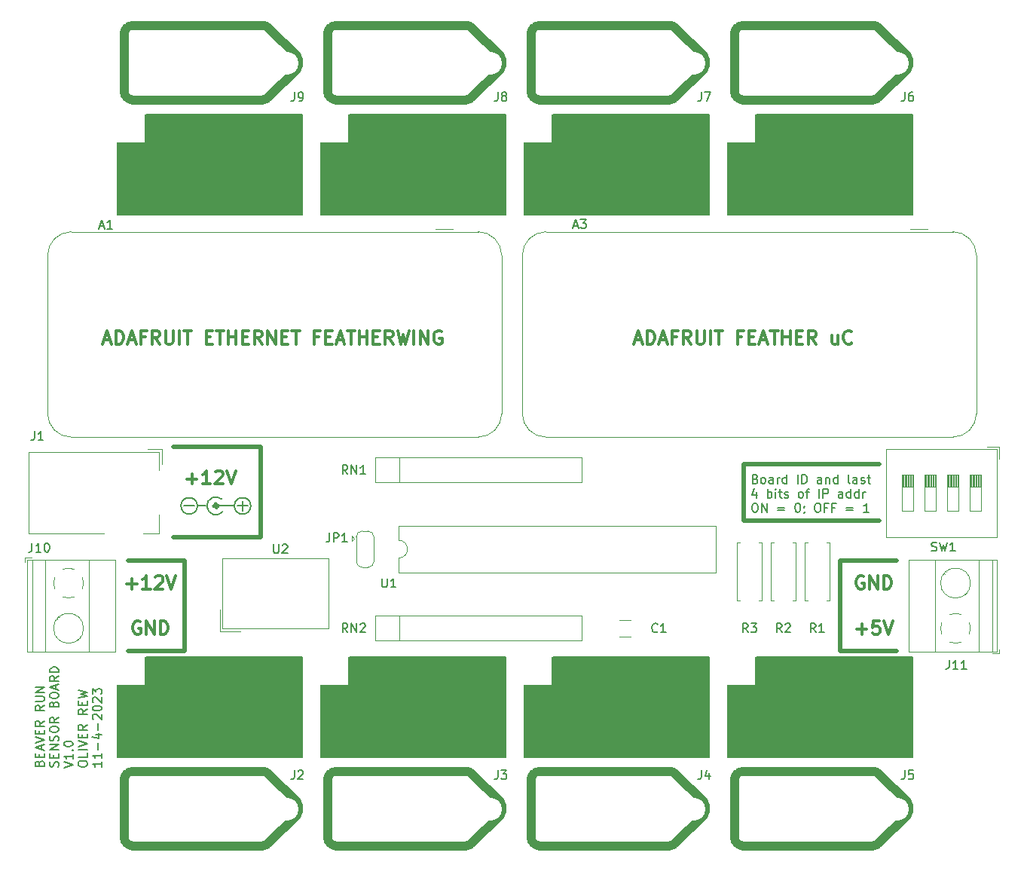
<source format=gto>
G04 #@! TF.GenerationSoftware,KiCad,Pcbnew,7.0.5-0*
G04 #@! TF.CreationDate,2023-11-04T22:15:26-04:00*
G04 #@! TF.ProjectId,track_sensor_board,74726163-6b5f-4736-956e-736f725f626f,rev?*
G04 #@! TF.SameCoordinates,Original*
G04 #@! TF.FileFunction,Legend,Top*
G04 #@! TF.FilePolarity,Positive*
%FSLAX46Y46*%
G04 Gerber Fmt 4.6, Leading zero omitted, Abs format (unit mm)*
G04 Created by KiCad (PCBNEW 7.0.5-0) date 2023-11-04 22:15:26*
%MOMM*%
%LPD*%
G01*
G04 APERTURE LIST*
G04 Aperture macros list*
%AMFreePoly0*
4,1,19,0.550000,-0.750000,0.000000,-0.750000,0.000000,-0.744911,-0.071157,-0.744911,-0.207708,-0.704816,-0.327430,-0.627875,-0.420627,-0.520320,-0.479746,-0.390866,-0.500000,-0.250000,-0.500000,0.250000,-0.479746,0.390866,-0.420627,0.520320,-0.327430,0.627875,-0.207708,0.704816,-0.071157,0.744911,0.000000,0.744911,0.000000,0.750000,0.550000,0.750000,0.550000,-0.750000,0.550000,-0.750000,
$1*%
%AMFreePoly1*
4,1,19,0.000000,0.744911,0.071157,0.744911,0.207708,0.704816,0.327430,0.627875,0.420627,0.520320,0.479746,0.390866,0.500000,0.250000,0.500000,-0.250000,0.479746,-0.390866,0.420627,-0.520320,0.327430,-0.627875,0.207708,-0.704816,0.071157,-0.744911,0.000000,-0.744911,0.000000,-0.750000,-0.550000,-0.750000,-0.550000,0.750000,0.000000,0.750000,0.000000,0.744911,0.000000,0.744911,
$1*%
G04 Aperture macros list end*
%ADD10C,0.500000*%
%ADD11C,0.200000*%
%ADD12C,0.300000*%
%ADD13C,0.153000*%
%ADD14C,1.000000*%
%ADD15C,0.120000*%
%ADD16C,0.150000*%
%ADD17C,2.540000*%
%ADD18C,3.000000*%
%ADD19C,4.500000*%
%ADD20R,1.600000X1.600000*%
%ADD21O,1.600000X1.600000*%
%ADD22R,2.600000X2.600000*%
%ADD23C,2.600000*%
%ADD24C,1.600000*%
%ADD25R,1.500000X2.500000*%
%ADD26O,1.500000X2.500000*%
%ADD27FreePoly0,270.000000*%
%ADD28R,1.500000X1.000000*%
%ADD29FreePoly1,270.000000*%
%ADD30R,1.800000X4.400000*%
%ADD31O,1.800000X4.000000*%
%ADD32O,4.000000X1.800000*%
G04 APERTURE END LIST*
D10*
X119057500Y-107905000D02*
X109220000Y-107905000D01*
X173355000Y-106045000D02*
X173355000Y-99695000D01*
X110490000Y-120650000D02*
X104140000Y-120650000D01*
D11*
X116482040Y-104357863D02*
X117615163Y-104357863D01*
D10*
X104140000Y-110490000D02*
X110490000Y-110490000D01*
X173355000Y-106045000D02*
X188595000Y-106045000D01*
D11*
X117040354Y-104916646D02*
X117040354Y-103783523D01*
D10*
X110490000Y-110490000D02*
X110490000Y-120650000D01*
X184150000Y-120650000D02*
X184150000Y-110490000D01*
X173355000Y-99695000D02*
X188595000Y-99695000D01*
X109220000Y-97745000D02*
X119057500Y-97745000D01*
X190500000Y-120650000D02*
X184150000Y-120650000D01*
X184150000Y-110490000D02*
X190500000Y-110490000D01*
D11*
X110473792Y-104350084D02*
X111606915Y-104350084D01*
D10*
X119057500Y-97745000D02*
X119057500Y-107905000D01*
D12*
X186817143Y-112279757D02*
X186674286Y-112208328D01*
X186674286Y-112208328D02*
X186460000Y-112208328D01*
X186460000Y-112208328D02*
X186245714Y-112279757D01*
X186245714Y-112279757D02*
X186102857Y-112422614D01*
X186102857Y-112422614D02*
X186031428Y-112565471D01*
X186031428Y-112565471D02*
X185960000Y-112851185D01*
X185960000Y-112851185D02*
X185960000Y-113065471D01*
X185960000Y-113065471D02*
X186031428Y-113351185D01*
X186031428Y-113351185D02*
X186102857Y-113494042D01*
X186102857Y-113494042D02*
X186245714Y-113636900D01*
X186245714Y-113636900D02*
X186460000Y-113708328D01*
X186460000Y-113708328D02*
X186602857Y-113708328D01*
X186602857Y-113708328D02*
X186817143Y-113636900D01*
X186817143Y-113636900D02*
X186888571Y-113565471D01*
X186888571Y-113565471D02*
X186888571Y-113065471D01*
X186888571Y-113065471D02*
X186602857Y-113065471D01*
X187531428Y-113708328D02*
X187531428Y-112208328D01*
X187531428Y-112208328D02*
X188388571Y-113708328D01*
X188388571Y-113708328D02*
X188388571Y-112208328D01*
X189102857Y-113708328D02*
X189102857Y-112208328D01*
X189102857Y-112208328D02*
X189460000Y-112208328D01*
X189460000Y-112208328D02*
X189674286Y-112279757D01*
X189674286Y-112279757D02*
X189817143Y-112422614D01*
X189817143Y-112422614D02*
X189888572Y-112565471D01*
X189888572Y-112565471D02*
X189960000Y-112851185D01*
X189960000Y-112851185D02*
X189960000Y-113065471D01*
X189960000Y-113065471D02*
X189888572Y-113351185D01*
X189888572Y-113351185D02*
X189817143Y-113494042D01*
X189817143Y-113494042D02*
X189674286Y-113636900D01*
X189674286Y-113636900D02*
X189460000Y-113708328D01*
X189460000Y-113708328D02*
X189102857Y-113708328D01*
X104037143Y-113136900D02*
X105180001Y-113136900D01*
X104608572Y-113708328D02*
X104608572Y-112565471D01*
X106680001Y-113708328D02*
X105822858Y-113708328D01*
X106251429Y-113708328D02*
X106251429Y-112208328D01*
X106251429Y-112208328D02*
X106108572Y-112422614D01*
X106108572Y-112422614D02*
X105965715Y-112565471D01*
X105965715Y-112565471D02*
X105822858Y-112636900D01*
X107251429Y-112351185D02*
X107322857Y-112279757D01*
X107322857Y-112279757D02*
X107465715Y-112208328D01*
X107465715Y-112208328D02*
X107822857Y-112208328D01*
X107822857Y-112208328D02*
X107965715Y-112279757D01*
X107965715Y-112279757D02*
X108037143Y-112351185D01*
X108037143Y-112351185D02*
X108108572Y-112494042D01*
X108108572Y-112494042D02*
X108108572Y-112636900D01*
X108108572Y-112636900D02*
X108037143Y-112851185D01*
X108037143Y-112851185D02*
X107180000Y-113708328D01*
X107180000Y-113708328D02*
X108108572Y-113708328D01*
X108537143Y-112208328D02*
X109037143Y-113708328D01*
X109037143Y-113708328D02*
X109537143Y-112208328D01*
X110769886Y-101325243D02*
X111912744Y-101325243D01*
X111341315Y-101896671D02*
X111341315Y-100753814D01*
X113412744Y-101896671D02*
X112555601Y-101896671D01*
X112984172Y-101896671D02*
X112984172Y-100396671D01*
X112984172Y-100396671D02*
X112841315Y-100610957D01*
X112841315Y-100610957D02*
X112698458Y-100753814D01*
X112698458Y-100753814D02*
X112555601Y-100825243D01*
X113984172Y-100539528D02*
X114055600Y-100468100D01*
X114055600Y-100468100D02*
X114198458Y-100396671D01*
X114198458Y-100396671D02*
X114555600Y-100396671D01*
X114555600Y-100396671D02*
X114698458Y-100468100D01*
X114698458Y-100468100D02*
X114769886Y-100539528D01*
X114769886Y-100539528D02*
X114841315Y-100682385D01*
X114841315Y-100682385D02*
X114841315Y-100825243D01*
X114841315Y-100825243D02*
X114769886Y-101039528D01*
X114769886Y-101039528D02*
X113912743Y-101896671D01*
X113912743Y-101896671D02*
X114841315Y-101896671D01*
X115269886Y-100396671D02*
X115769886Y-101896671D01*
X115769886Y-101896671D02*
X116269886Y-100396671D01*
D11*
X94225158Y-133281993D02*
X94272777Y-133139136D01*
X94272777Y-133139136D02*
X94320396Y-133091517D01*
X94320396Y-133091517D02*
X94415634Y-133043898D01*
X94415634Y-133043898D02*
X94558491Y-133043898D01*
X94558491Y-133043898D02*
X94653729Y-133091517D01*
X94653729Y-133091517D02*
X94701349Y-133139136D01*
X94701349Y-133139136D02*
X94748968Y-133234374D01*
X94748968Y-133234374D02*
X94748968Y-133615326D01*
X94748968Y-133615326D02*
X93748968Y-133615326D01*
X93748968Y-133615326D02*
X93748968Y-133281993D01*
X93748968Y-133281993D02*
X93796587Y-133186755D01*
X93796587Y-133186755D02*
X93844206Y-133139136D01*
X93844206Y-133139136D02*
X93939444Y-133091517D01*
X93939444Y-133091517D02*
X94034682Y-133091517D01*
X94034682Y-133091517D02*
X94129920Y-133139136D01*
X94129920Y-133139136D02*
X94177539Y-133186755D01*
X94177539Y-133186755D02*
X94225158Y-133281993D01*
X94225158Y-133281993D02*
X94225158Y-133615326D01*
X94225158Y-132615326D02*
X94225158Y-132281993D01*
X94748968Y-132139136D02*
X94748968Y-132615326D01*
X94748968Y-132615326D02*
X93748968Y-132615326D01*
X93748968Y-132615326D02*
X93748968Y-132139136D01*
X94463253Y-131758183D02*
X94463253Y-131281993D01*
X94748968Y-131853421D02*
X93748968Y-131520088D01*
X93748968Y-131520088D02*
X94748968Y-131186755D01*
X93748968Y-130996278D02*
X94748968Y-130662945D01*
X94748968Y-130662945D02*
X93748968Y-130329612D01*
X94225158Y-129996278D02*
X94225158Y-129662945D01*
X94748968Y-129520088D02*
X94748968Y-129996278D01*
X94748968Y-129996278D02*
X93748968Y-129996278D01*
X93748968Y-129996278D02*
X93748968Y-129520088D01*
X94748968Y-128520088D02*
X94272777Y-128853421D01*
X94748968Y-129091516D02*
X93748968Y-129091516D01*
X93748968Y-129091516D02*
X93748968Y-128710564D01*
X93748968Y-128710564D02*
X93796587Y-128615326D01*
X93796587Y-128615326D02*
X93844206Y-128567707D01*
X93844206Y-128567707D02*
X93939444Y-128520088D01*
X93939444Y-128520088D02*
X94082301Y-128520088D01*
X94082301Y-128520088D02*
X94177539Y-128567707D01*
X94177539Y-128567707D02*
X94225158Y-128615326D01*
X94225158Y-128615326D02*
X94272777Y-128710564D01*
X94272777Y-128710564D02*
X94272777Y-129091516D01*
X94748968Y-126758183D02*
X94272777Y-127091516D01*
X94748968Y-127329611D02*
X93748968Y-127329611D01*
X93748968Y-127329611D02*
X93748968Y-126948659D01*
X93748968Y-126948659D02*
X93796587Y-126853421D01*
X93796587Y-126853421D02*
X93844206Y-126805802D01*
X93844206Y-126805802D02*
X93939444Y-126758183D01*
X93939444Y-126758183D02*
X94082301Y-126758183D01*
X94082301Y-126758183D02*
X94177539Y-126805802D01*
X94177539Y-126805802D02*
X94225158Y-126853421D01*
X94225158Y-126853421D02*
X94272777Y-126948659D01*
X94272777Y-126948659D02*
X94272777Y-127329611D01*
X93748968Y-126329611D02*
X94558491Y-126329611D01*
X94558491Y-126329611D02*
X94653729Y-126281992D01*
X94653729Y-126281992D02*
X94701349Y-126234373D01*
X94701349Y-126234373D02*
X94748968Y-126139135D01*
X94748968Y-126139135D02*
X94748968Y-125948659D01*
X94748968Y-125948659D02*
X94701349Y-125853421D01*
X94701349Y-125853421D02*
X94653729Y-125805802D01*
X94653729Y-125805802D02*
X94558491Y-125758183D01*
X94558491Y-125758183D02*
X93748968Y-125758183D01*
X94748968Y-125281992D02*
X93748968Y-125281992D01*
X93748968Y-125281992D02*
X94748968Y-124710564D01*
X94748968Y-124710564D02*
X93748968Y-124710564D01*
X96311349Y-133662945D02*
X96358968Y-133520088D01*
X96358968Y-133520088D02*
X96358968Y-133281993D01*
X96358968Y-133281993D02*
X96311349Y-133186755D01*
X96311349Y-133186755D02*
X96263729Y-133139136D01*
X96263729Y-133139136D02*
X96168491Y-133091517D01*
X96168491Y-133091517D02*
X96073253Y-133091517D01*
X96073253Y-133091517D02*
X95978015Y-133139136D01*
X95978015Y-133139136D02*
X95930396Y-133186755D01*
X95930396Y-133186755D02*
X95882777Y-133281993D01*
X95882777Y-133281993D02*
X95835158Y-133472469D01*
X95835158Y-133472469D02*
X95787539Y-133567707D01*
X95787539Y-133567707D02*
X95739920Y-133615326D01*
X95739920Y-133615326D02*
X95644682Y-133662945D01*
X95644682Y-133662945D02*
X95549444Y-133662945D01*
X95549444Y-133662945D02*
X95454206Y-133615326D01*
X95454206Y-133615326D02*
X95406587Y-133567707D01*
X95406587Y-133567707D02*
X95358968Y-133472469D01*
X95358968Y-133472469D02*
X95358968Y-133234374D01*
X95358968Y-133234374D02*
X95406587Y-133091517D01*
X95835158Y-132662945D02*
X95835158Y-132329612D01*
X96358968Y-132186755D02*
X96358968Y-132662945D01*
X96358968Y-132662945D02*
X95358968Y-132662945D01*
X95358968Y-132662945D02*
X95358968Y-132186755D01*
X96358968Y-131758183D02*
X95358968Y-131758183D01*
X95358968Y-131758183D02*
X96358968Y-131186755D01*
X96358968Y-131186755D02*
X95358968Y-131186755D01*
X96311349Y-130758183D02*
X96358968Y-130615326D01*
X96358968Y-130615326D02*
X96358968Y-130377231D01*
X96358968Y-130377231D02*
X96311349Y-130281993D01*
X96311349Y-130281993D02*
X96263729Y-130234374D01*
X96263729Y-130234374D02*
X96168491Y-130186755D01*
X96168491Y-130186755D02*
X96073253Y-130186755D01*
X96073253Y-130186755D02*
X95978015Y-130234374D01*
X95978015Y-130234374D02*
X95930396Y-130281993D01*
X95930396Y-130281993D02*
X95882777Y-130377231D01*
X95882777Y-130377231D02*
X95835158Y-130567707D01*
X95835158Y-130567707D02*
X95787539Y-130662945D01*
X95787539Y-130662945D02*
X95739920Y-130710564D01*
X95739920Y-130710564D02*
X95644682Y-130758183D01*
X95644682Y-130758183D02*
X95549444Y-130758183D01*
X95549444Y-130758183D02*
X95454206Y-130710564D01*
X95454206Y-130710564D02*
X95406587Y-130662945D01*
X95406587Y-130662945D02*
X95358968Y-130567707D01*
X95358968Y-130567707D02*
X95358968Y-130329612D01*
X95358968Y-130329612D02*
X95406587Y-130186755D01*
X95358968Y-129567707D02*
X95358968Y-129377231D01*
X95358968Y-129377231D02*
X95406587Y-129281993D01*
X95406587Y-129281993D02*
X95501825Y-129186755D01*
X95501825Y-129186755D02*
X95692301Y-129139136D01*
X95692301Y-129139136D02*
X96025634Y-129139136D01*
X96025634Y-129139136D02*
X96216110Y-129186755D01*
X96216110Y-129186755D02*
X96311349Y-129281993D01*
X96311349Y-129281993D02*
X96358968Y-129377231D01*
X96358968Y-129377231D02*
X96358968Y-129567707D01*
X96358968Y-129567707D02*
X96311349Y-129662945D01*
X96311349Y-129662945D02*
X96216110Y-129758183D01*
X96216110Y-129758183D02*
X96025634Y-129805802D01*
X96025634Y-129805802D02*
X95692301Y-129805802D01*
X95692301Y-129805802D02*
X95501825Y-129758183D01*
X95501825Y-129758183D02*
X95406587Y-129662945D01*
X95406587Y-129662945D02*
X95358968Y-129567707D01*
X96358968Y-128139136D02*
X95882777Y-128472469D01*
X96358968Y-128710564D02*
X95358968Y-128710564D01*
X95358968Y-128710564D02*
X95358968Y-128329612D01*
X95358968Y-128329612D02*
X95406587Y-128234374D01*
X95406587Y-128234374D02*
X95454206Y-128186755D01*
X95454206Y-128186755D02*
X95549444Y-128139136D01*
X95549444Y-128139136D02*
X95692301Y-128139136D01*
X95692301Y-128139136D02*
X95787539Y-128186755D01*
X95787539Y-128186755D02*
X95835158Y-128234374D01*
X95835158Y-128234374D02*
X95882777Y-128329612D01*
X95882777Y-128329612D02*
X95882777Y-128710564D01*
X95835158Y-126615326D02*
X95882777Y-126472469D01*
X95882777Y-126472469D02*
X95930396Y-126424850D01*
X95930396Y-126424850D02*
X96025634Y-126377231D01*
X96025634Y-126377231D02*
X96168491Y-126377231D01*
X96168491Y-126377231D02*
X96263729Y-126424850D01*
X96263729Y-126424850D02*
X96311349Y-126472469D01*
X96311349Y-126472469D02*
X96358968Y-126567707D01*
X96358968Y-126567707D02*
X96358968Y-126948659D01*
X96358968Y-126948659D02*
X95358968Y-126948659D01*
X95358968Y-126948659D02*
X95358968Y-126615326D01*
X95358968Y-126615326D02*
X95406587Y-126520088D01*
X95406587Y-126520088D02*
X95454206Y-126472469D01*
X95454206Y-126472469D02*
X95549444Y-126424850D01*
X95549444Y-126424850D02*
X95644682Y-126424850D01*
X95644682Y-126424850D02*
X95739920Y-126472469D01*
X95739920Y-126472469D02*
X95787539Y-126520088D01*
X95787539Y-126520088D02*
X95835158Y-126615326D01*
X95835158Y-126615326D02*
X95835158Y-126948659D01*
X95358968Y-125758183D02*
X95358968Y-125567707D01*
X95358968Y-125567707D02*
X95406587Y-125472469D01*
X95406587Y-125472469D02*
X95501825Y-125377231D01*
X95501825Y-125377231D02*
X95692301Y-125329612D01*
X95692301Y-125329612D02*
X96025634Y-125329612D01*
X96025634Y-125329612D02*
X96216110Y-125377231D01*
X96216110Y-125377231D02*
X96311349Y-125472469D01*
X96311349Y-125472469D02*
X96358968Y-125567707D01*
X96358968Y-125567707D02*
X96358968Y-125758183D01*
X96358968Y-125758183D02*
X96311349Y-125853421D01*
X96311349Y-125853421D02*
X96216110Y-125948659D01*
X96216110Y-125948659D02*
X96025634Y-125996278D01*
X96025634Y-125996278D02*
X95692301Y-125996278D01*
X95692301Y-125996278D02*
X95501825Y-125948659D01*
X95501825Y-125948659D02*
X95406587Y-125853421D01*
X95406587Y-125853421D02*
X95358968Y-125758183D01*
X96073253Y-124948659D02*
X96073253Y-124472469D01*
X96358968Y-125043897D02*
X95358968Y-124710564D01*
X95358968Y-124710564D02*
X96358968Y-124377231D01*
X96358968Y-123472469D02*
X95882777Y-123805802D01*
X96358968Y-124043897D02*
X95358968Y-124043897D01*
X95358968Y-124043897D02*
X95358968Y-123662945D01*
X95358968Y-123662945D02*
X95406587Y-123567707D01*
X95406587Y-123567707D02*
X95454206Y-123520088D01*
X95454206Y-123520088D02*
X95549444Y-123472469D01*
X95549444Y-123472469D02*
X95692301Y-123472469D01*
X95692301Y-123472469D02*
X95787539Y-123520088D01*
X95787539Y-123520088D02*
X95835158Y-123567707D01*
X95835158Y-123567707D02*
X95882777Y-123662945D01*
X95882777Y-123662945D02*
X95882777Y-124043897D01*
X96358968Y-123043897D02*
X95358968Y-123043897D01*
X95358968Y-123043897D02*
X95358968Y-122805802D01*
X95358968Y-122805802D02*
X95406587Y-122662945D01*
X95406587Y-122662945D02*
X95501825Y-122567707D01*
X95501825Y-122567707D02*
X95597063Y-122520088D01*
X95597063Y-122520088D02*
X95787539Y-122472469D01*
X95787539Y-122472469D02*
X95930396Y-122472469D01*
X95930396Y-122472469D02*
X96120872Y-122520088D01*
X96120872Y-122520088D02*
X96216110Y-122567707D01*
X96216110Y-122567707D02*
X96311349Y-122662945D01*
X96311349Y-122662945D02*
X96358968Y-122805802D01*
X96358968Y-122805802D02*
X96358968Y-123043897D01*
X96968968Y-133758183D02*
X97968968Y-133424850D01*
X97968968Y-133424850D02*
X96968968Y-133091517D01*
X97968968Y-132234374D02*
X97968968Y-132805802D01*
X97968968Y-132520088D02*
X96968968Y-132520088D01*
X96968968Y-132520088D02*
X97111825Y-132615326D01*
X97111825Y-132615326D02*
X97207063Y-132710564D01*
X97207063Y-132710564D02*
X97254682Y-132805802D01*
X97873729Y-131805802D02*
X97921349Y-131758183D01*
X97921349Y-131758183D02*
X97968968Y-131805802D01*
X97968968Y-131805802D02*
X97921349Y-131853421D01*
X97921349Y-131853421D02*
X97873729Y-131805802D01*
X97873729Y-131805802D02*
X97968968Y-131805802D01*
X96968968Y-131139136D02*
X96968968Y-131043898D01*
X96968968Y-131043898D02*
X97016587Y-130948660D01*
X97016587Y-130948660D02*
X97064206Y-130901041D01*
X97064206Y-130901041D02*
X97159444Y-130853422D01*
X97159444Y-130853422D02*
X97349920Y-130805803D01*
X97349920Y-130805803D02*
X97588015Y-130805803D01*
X97588015Y-130805803D02*
X97778491Y-130853422D01*
X97778491Y-130853422D02*
X97873729Y-130901041D01*
X97873729Y-130901041D02*
X97921349Y-130948660D01*
X97921349Y-130948660D02*
X97968968Y-131043898D01*
X97968968Y-131043898D02*
X97968968Y-131139136D01*
X97968968Y-131139136D02*
X97921349Y-131234374D01*
X97921349Y-131234374D02*
X97873729Y-131281993D01*
X97873729Y-131281993D02*
X97778491Y-131329612D01*
X97778491Y-131329612D02*
X97588015Y-131377231D01*
X97588015Y-131377231D02*
X97349920Y-131377231D01*
X97349920Y-131377231D02*
X97159444Y-131329612D01*
X97159444Y-131329612D02*
X97064206Y-131281993D01*
X97064206Y-131281993D02*
X97016587Y-131234374D01*
X97016587Y-131234374D02*
X96968968Y-131139136D01*
X98578968Y-133424850D02*
X98578968Y-133234374D01*
X98578968Y-133234374D02*
X98626587Y-133139136D01*
X98626587Y-133139136D02*
X98721825Y-133043898D01*
X98721825Y-133043898D02*
X98912301Y-132996279D01*
X98912301Y-132996279D02*
X99245634Y-132996279D01*
X99245634Y-132996279D02*
X99436110Y-133043898D01*
X99436110Y-133043898D02*
X99531349Y-133139136D01*
X99531349Y-133139136D02*
X99578968Y-133234374D01*
X99578968Y-133234374D02*
X99578968Y-133424850D01*
X99578968Y-133424850D02*
X99531349Y-133520088D01*
X99531349Y-133520088D02*
X99436110Y-133615326D01*
X99436110Y-133615326D02*
X99245634Y-133662945D01*
X99245634Y-133662945D02*
X98912301Y-133662945D01*
X98912301Y-133662945D02*
X98721825Y-133615326D01*
X98721825Y-133615326D02*
X98626587Y-133520088D01*
X98626587Y-133520088D02*
X98578968Y-133424850D01*
X99578968Y-132091517D02*
X99578968Y-132567707D01*
X99578968Y-132567707D02*
X98578968Y-132567707D01*
X99578968Y-131758183D02*
X98578968Y-131758183D01*
X98578968Y-131424850D02*
X99578968Y-131091517D01*
X99578968Y-131091517D02*
X98578968Y-130758184D01*
X99055158Y-130424850D02*
X99055158Y-130091517D01*
X99578968Y-129948660D02*
X99578968Y-130424850D01*
X99578968Y-130424850D02*
X98578968Y-130424850D01*
X98578968Y-130424850D02*
X98578968Y-129948660D01*
X99578968Y-128948660D02*
X99102777Y-129281993D01*
X99578968Y-129520088D02*
X98578968Y-129520088D01*
X98578968Y-129520088D02*
X98578968Y-129139136D01*
X98578968Y-129139136D02*
X98626587Y-129043898D01*
X98626587Y-129043898D02*
X98674206Y-128996279D01*
X98674206Y-128996279D02*
X98769444Y-128948660D01*
X98769444Y-128948660D02*
X98912301Y-128948660D01*
X98912301Y-128948660D02*
X99007539Y-128996279D01*
X99007539Y-128996279D02*
X99055158Y-129043898D01*
X99055158Y-129043898D02*
X99102777Y-129139136D01*
X99102777Y-129139136D02*
X99102777Y-129520088D01*
X99578968Y-127186755D02*
X99102777Y-127520088D01*
X99578968Y-127758183D02*
X98578968Y-127758183D01*
X98578968Y-127758183D02*
X98578968Y-127377231D01*
X98578968Y-127377231D02*
X98626587Y-127281993D01*
X98626587Y-127281993D02*
X98674206Y-127234374D01*
X98674206Y-127234374D02*
X98769444Y-127186755D01*
X98769444Y-127186755D02*
X98912301Y-127186755D01*
X98912301Y-127186755D02*
X99007539Y-127234374D01*
X99007539Y-127234374D02*
X99055158Y-127281993D01*
X99055158Y-127281993D02*
X99102777Y-127377231D01*
X99102777Y-127377231D02*
X99102777Y-127758183D01*
X99055158Y-126758183D02*
X99055158Y-126424850D01*
X99578968Y-126281993D02*
X99578968Y-126758183D01*
X99578968Y-126758183D02*
X98578968Y-126758183D01*
X98578968Y-126758183D02*
X98578968Y-126281993D01*
X98578968Y-125948659D02*
X99578968Y-125710564D01*
X99578968Y-125710564D02*
X98864682Y-125520088D01*
X98864682Y-125520088D02*
X99578968Y-125329612D01*
X99578968Y-125329612D02*
X98578968Y-125091517D01*
X101188968Y-133091517D02*
X101188968Y-133662945D01*
X101188968Y-133377231D02*
X100188968Y-133377231D01*
X100188968Y-133377231D02*
X100331825Y-133472469D01*
X100331825Y-133472469D02*
X100427063Y-133567707D01*
X100427063Y-133567707D02*
X100474682Y-133662945D01*
X101188968Y-132139136D02*
X101188968Y-132710564D01*
X101188968Y-132424850D02*
X100188968Y-132424850D01*
X100188968Y-132424850D02*
X100331825Y-132520088D01*
X100331825Y-132520088D02*
X100427063Y-132615326D01*
X100427063Y-132615326D02*
X100474682Y-132710564D01*
X100808015Y-131710564D02*
X100808015Y-130948660D01*
X100522301Y-130043898D02*
X101188968Y-130043898D01*
X100141349Y-130281993D02*
X100855634Y-130520088D01*
X100855634Y-130520088D02*
X100855634Y-129901041D01*
X100808015Y-129520088D02*
X100808015Y-128758184D01*
X100284206Y-128329612D02*
X100236587Y-128281993D01*
X100236587Y-128281993D02*
X100188968Y-128186755D01*
X100188968Y-128186755D02*
X100188968Y-127948660D01*
X100188968Y-127948660D02*
X100236587Y-127853422D01*
X100236587Y-127853422D02*
X100284206Y-127805803D01*
X100284206Y-127805803D02*
X100379444Y-127758184D01*
X100379444Y-127758184D02*
X100474682Y-127758184D01*
X100474682Y-127758184D02*
X100617539Y-127805803D01*
X100617539Y-127805803D02*
X101188968Y-128377231D01*
X101188968Y-128377231D02*
X101188968Y-127758184D01*
X100188968Y-127139136D02*
X100188968Y-127043898D01*
X100188968Y-127043898D02*
X100236587Y-126948660D01*
X100236587Y-126948660D02*
X100284206Y-126901041D01*
X100284206Y-126901041D02*
X100379444Y-126853422D01*
X100379444Y-126853422D02*
X100569920Y-126805803D01*
X100569920Y-126805803D02*
X100808015Y-126805803D01*
X100808015Y-126805803D02*
X100998491Y-126853422D01*
X100998491Y-126853422D02*
X101093729Y-126901041D01*
X101093729Y-126901041D02*
X101141349Y-126948660D01*
X101141349Y-126948660D02*
X101188968Y-127043898D01*
X101188968Y-127043898D02*
X101188968Y-127139136D01*
X101188968Y-127139136D02*
X101141349Y-127234374D01*
X101141349Y-127234374D02*
X101093729Y-127281993D01*
X101093729Y-127281993D02*
X100998491Y-127329612D01*
X100998491Y-127329612D02*
X100808015Y-127377231D01*
X100808015Y-127377231D02*
X100569920Y-127377231D01*
X100569920Y-127377231D02*
X100379444Y-127329612D01*
X100379444Y-127329612D02*
X100284206Y-127281993D01*
X100284206Y-127281993D02*
X100236587Y-127234374D01*
X100236587Y-127234374D02*
X100188968Y-127139136D01*
X100284206Y-126424850D02*
X100236587Y-126377231D01*
X100236587Y-126377231D02*
X100188968Y-126281993D01*
X100188968Y-126281993D02*
X100188968Y-126043898D01*
X100188968Y-126043898D02*
X100236587Y-125948660D01*
X100236587Y-125948660D02*
X100284206Y-125901041D01*
X100284206Y-125901041D02*
X100379444Y-125853422D01*
X100379444Y-125853422D02*
X100474682Y-125853422D01*
X100474682Y-125853422D02*
X100617539Y-125901041D01*
X100617539Y-125901041D02*
X101188968Y-126472469D01*
X101188968Y-126472469D02*
X101188968Y-125853422D01*
X100188968Y-125520088D02*
X100188968Y-124901041D01*
X100188968Y-124901041D02*
X100569920Y-125234374D01*
X100569920Y-125234374D02*
X100569920Y-125091517D01*
X100569920Y-125091517D02*
X100617539Y-124996279D01*
X100617539Y-124996279D02*
X100665158Y-124948660D01*
X100665158Y-124948660D02*
X100760396Y-124901041D01*
X100760396Y-124901041D02*
X100998491Y-124901041D01*
X100998491Y-124901041D02*
X101093729Y-124948660D01*
X101093729Y-124948660D02*
X101141349Y-124996279D01*
X101141349Y-124996279D02*
X101188968Y-125091517D01*
X101188968Y-125091517D02*
X101188968Y-125377231D01*
X101188968Y-125377231D02*
X101141349Y-125472469D01*
X101141349Y-125472469D02*
X101093729Y-125520088D01*
D12*
X101448082Y-85732257D02*
X102162368Y-85732257D01*
X101305225Y-86160828D02*
X101805225Y-84660828D01*
X101805225Y-84660828D02*
X102305225Y-86160828D01*
X102805224Y-86160828D02*
X102805224Y-84660828D01*
X102805224Y-84660828D02*
X103162367Y-84660828D01*
X103162367Y-84660828D02*
X103376653Y-84732257D01*
X103376653Y-84732257D02*
X103519510Y-84875114D01*
X103519510Y-84875114D02*
X103590939Y-85017971D01*
X103590939Y-85017971D02*
X103662367Y-85303685D01*
X103662367Y-85303685D02*
X103662367Y-85517971D01*
X103662367Y-85517971D02*
X103590939Y-85803685D01*
X103590939Y-85803685D02*
X103519510Y-85946542D01*
X103519510Y-85946542D02*
X103376653Y-86089400D01*
X103376653Y-86089400D02*
X103162367Y-86160828D01*
X103162367Y-86160828D02*
X102805224Y-86160828D01*
X104233796Y-85732257D02*
X104948082Y-85732257D01*
X104090939Y-86160828D02*
X104590939Y-84660828D01*
X104590939Y-84660828D02*
X105090939Y-86160828D01*
X106090938Y-85375114D02*
X105590938Y-85375114D01*
X105590938Y-86160828D02*
X105590938Y-84660828D01*
X105590938Y-84660828D02*
X106305224Y-84660828D01*
X107733795Y-86160828D02*
X107233795Y-85446542D01*
X106876652Y-86160828D02*
X106876652Y-84660828D01*
X106876652Y-84660828D02*
X107448081Y-84660828D01*
X107448081Y-84660828D02*
X107590938Y-84732257D01*
X107590938Y-84732257D02*
X107662367Y-84803685D01*
X107662367Y-84803685D02*
X107733795Y-84946542D01*
X107733795Y-84946542D02*
X107733795Y-85160828D01*
X107733795Y-85160828D02*
X107662367Y-85303685D01*
X107662367Y-85303685D02*
X107590938Y-85375114D01*
X107590938Y-85375114D02*
X107448081Y-85446542D01*
X107448081Y-85446542D02*
X106876652Y-85446542D01*
X108376652Y-84660828D02*
X108376652Y-85875114D01*
X108376652Y-85875114D02*
X108448081Y-86017971D01*
X108448081Y-86017971D02*
X108519510Y-86089400D01*
X108519510Y-86089400D02*
X108662367Y-86160828D01*
X108662367Y-86160828D02*
X108948081Y-86160828D01*
X108948081Y-86160828D02*
X109090938Y-86089400D01*
X109090938Y-86089400D02*
X109162367Y-86017971D01*
X109162367Y-86017971D02*
X109233795Y-85875114D01*
X109233795Y-85875114D02*
X109233795Y-84660828D01*
X109948081Y-86160828D02*
X109948081Y-84660828D01*
X110448082Y-84660828D02*
X111305225Y-84660828D01*
X110876653Y-86160828D02*
X110876653Y-84660828D01*
X112948081Y-85375114D02*
X113448081Y-85375114D01*
X113662367Y-86160828D02*
X112948081Y-86160828D01*
X112948081Y-86160828D02*
X112948081Y-84660828D01*
X112948081Y-84660828D02*
X113662367Y-84660828D01*
X114090939Y-84660828D02*
X114948082Y-84660828D01*
X114519510Y-86160828D02*
X114519510Y-84660828D01*
X115448081Y-86160828D02*
X115448081Y-84660828D01*
X115448081Y-85375114D02*
X116305224Y-85375114D01*
X116305224Y-86160828D02*
X116305224Y-84660828D01*
X117019510Y-85375114D02*
X117519510Y-85375114D01*
X117733796Y-86160828D02*
X117019510Y-86160828D01*
X117019510Y-86160828D02*
X117019510Y-84660828D01*
X117019510Y-84660828D02*
X117733796Y-84660828D01*
X119233796Y-86160828D02*
X118733796Y-85446542D01*
X118376653Y-86160828D02*
X118376653Y-84660828D01*
X118376653Y-84660828D02*
X118948082Y-84660828D01*
X118948082Y-84660828D02*
X119090939Y-84732257D01*
X119090939Y-84732257D02*
X119162368Y-84803685D01*
X119162368Y-84803685D02*
X119233796Y-84946542D01*
X119233796Y-84946542D02*
X119233796Y-85160828D01*
X119233796Y-85160828D02*
X119162368Y-85303685D01*
X119162368Y-85303685D02*
X119090939Y-85375114D01*
X119090939Y-85375114D02*
X118948082Y-85446542D01*
X118948082Y-85446542D02*
X118376653Y-85446542D01*
X119876653Y-86160828D02*
X119876653Y-84660828D01*
X119876653Y-84660828D02*
X120733796Y-86160828D01*
X120733796Y-86160828D02*
X120733796Y-84660828D01*
X121448082Y-85375114D02*
X121948082Y-85375114D01*
X122162368Y-86160828D02*
X121448082Y-86160828D01*
X121448082Y-86160828D02*
X121448082Y-84660828D01*
X121448082Y-84660828D02*
X122162368Y-84660828D01*
X122590940Y-84660828D02*
X123448083Y-84660828D01*
X123019511Y-86160828D02*
X123019511Y-84660828D01*
X125590939Y-85375114D02*
X125090939Y-85375114D01*
X125090939Y-86160828D02*
X125090939Y-84660828D01*
X125090939Y-84660828D02*
X125805225Y-84660828D01*
X126376653Y-85375114D02*
X126876653Y-85375114D01*
X127090939Y-86160828D02*
X126376653Y-86160828D01*
X126376653Y-86160828D02*
X126376653Y-84660828D01*
X126376653Y-84660828D02*
X127090939Y-84660828D01*
X127662368Y-85732257D02*
X128376654Y-85732257D01*
X127519511Y-86160828D02*
X128019511Y-84660828D01*
X128019511Y-84660828D02*
X128519511Y-86160828D01*
X128805225Y-84660828D02*
X129662368Y-84660828D01*
X129233796Y-86160828D02*
X129233796Y-84660828D01*
X130162367Y-86160828D02*
X130162367Y-84660828D01*
X130162367Y-85375114D02*
X131019510Y-85375114D01*
X131019510Y-86160828D02*
X131019510Y-84660828D01*
X131733796Y-85375114D02*
X132233796Y-85375114D01*
X132448082Y-86160828D02*
X131733796Y-86160828D01*
X131733796Y-86160828D02*
X131733796Y-84660828D01*
X131733796Y-84660828D02*
X132448082Y-84660828D01*
X133948082Y-86160828D02*
X133448082Y-85446542D01*
X133090939Y-86160828D02*
X133090939Y-84660828D01*
X133090939Y-84660828D02*
X133662368Y-84660828D01*
X133662368Y-84660828D02*
X133805225Y-84732257D01*
X133805225Y-84732257D02*
X133876654Y-84803685D01*
X133876654Y-84803685D02*
X133948082Y-84946542D01*
X133948082Y-84946542D02*
X133948082Y-85160828D01*
X133948082Y-85160828D02*
X133876654Y-85303685D01*
X133876654Y-85303685D02*
X133805225Y-85375114D01*
X133805225Y-85375114D02*
X133662368Y-85446542D01*
X133662368Y-85446542D02*
X133090939Y-85446542D01*
X134448082Y-84660828D02*
X134805225Y-86160828D01*
X134805225Y-86160828D02*
X135090939Y-85089400D01*
X135090939Y-85089400D02*
X135376654Y-86160828D01*
X135376654Y-86160828D02*
X135733797Y-84660828D01*
X136305225Y-86160828D02*
X136305225Y-84660828D01*
X137019511Y-86160828D02*
X137019511Y-84660828D01*
X137019511Y-84660828D02*
X137876654Y-86160828D01*
X137876654Y-86160828D02*
X137876654Y-84660828D01*
X139376655Y-84732257D02*
X139233798Y-84660828D01*
X139233798Y-84660828D02*
X139019512Y-84660828D01*
X139019512Y-84660828D02*
X138805226Y-84732257D01*
X138805226Y-84732257D02*
X138662369Y-84875114D01*
X138662369Y-84875114D02*
X138590940Y-85017971D01*
X138590940Y-85017971D02*
X138519512Y-85303685D01*
X138519512Y-85303685D02*
X138519512Y-85517971D01*
X138519512Y-85517971D02*
X138590940Y-85803685D01*
X138590940Y-85803685D02*
X138662369Y-85946542D01*
X138662369Y-85946542D02*
X138805226Y-86089400D01*
X138805226Y-86089400D02*
X139019512Y-86160828D01*
X139019512Y-86160828D02*
X139162369Y-86160828D01*
X139162369Y-86160828D02*
X139376655Y-86089400D01*
X139376655Y-86089400D02*
X139448083Y-86017971D01*
X139448083Y-86017971D02*
X139448083Y-85517971D01*
X139448083Y-85517971D02*
X139162369Y-85517971D01*
X186031428Y-118216900D02*
X187174286Y-118216900D01*
X186602857Y-118788328D02*
X186602857Y-117645471D01*
X188602857Y-117288328D02*
X187888571Y-117288328D01*
X187888571Y-117288328D02*
X187817143Y-118002614D01*
X187817143Y-118002614D02*
X187888571Y-117931185D01*
X187888571Y-117931185D02*
X188031429Y-117859757D01*
X188031429Y-117859757D02*
X188388571Y-117859757D01*
X188388571Y-117859757D02*
X188531429Y-117931185D01*
X188531429Y-117931185D02*
X188602857Y-118002614D01*
X188602857Y-118002614D02*
X188674286Y-118145471D01*
X188674286Y-118145471D02*
X188674286Y-118502614D01*
X188674286Y-118502614D02*
X188602857Y-118645471D01*
X188602857Y-118645471D02*
X188531429Y-118716900D01*
X188531429Y-118716900D02*
X188388571Y-118788328D01*
X188388571Y-118788328D02*
X188031429Y-118788328D01*
X188031429Y-118788328D02*
X187888571Y-118716900D01*
X187888571Y-118716900D02*
X187817143Y-118645471D01*
X189102857Y-117288328D02*
X189602857Y-118788328D01*
X189602857Y-118788328D02*
X190102857Y-117288328D01*
D13*
X174662085Y-101316088D02*
X174804942Y-101363707D01*
X174804942Y-101363707D02*
X174852561Y-101411326D01*
X174852561Y-101411326D02*
X174900180Y-101506564D01*
X174900180Y-101506564D02*
X174900180Y-101649421D01*
X174900180Y-101649421D02*
X174852561Y-101744659D01*
X174852561Y-101744659D02*
X174804942Y-101792279D01*
X174804942Y-101792279D02*
X174709704Y-101839898D01*
X174709704Y-101839898D02*
X174328752Y-101839898D01*
X174328752Y-101839898D02*
X174328752Y-100839898D01*
X174328752Y-100839898D02*
X174662085Y-100839898D01*
X174662085Y-100839898D02*
X174757323Y-100887517D01*
X174757323Y-100887517D02*
X174804942Y-100935136D01*
X174804942Y-100935136D02*
X174852561Y-101030374D01*
X174852561Y-101030374D02*
X174852561Y-101125612D01*
X174852561Y-101125612D02*
X174804942Y-101220850D01*
X174804942Y-101220850D02*
X174757323Y-101268469D01*
X174757323Y-101268469D02*
X174662085Y-101316088D01*
X174662085Y-101316088D02*
X174328752Y-101316088D01*
X175471609Y-101839898D02*
X175376371Y-101792279D01*
X175376371Y-101792279D02*
X175328752Y-101744659D01*
X175328752Y-101744659D02*
X175281133Y-101649421D01*
X175281133Y-101649421D02*
X175281133Y-101363707D01*
X175281133Y-101363707D02*
X175328752Y-101268469D01*
X175328752Y-101268469D02*
X175376371Y-101220850D01*
X175376371Y-101220850D02*
X175471609Y-101173231D01*
X175471609Y-101173231D02*
X175614466Y-101173231D01*
X175614466Y-101173231D02*
X175709704Y-101220850D01*
X175709704Y-101220850D02*
X175757323Y-101268469D01*
X175757323Y-101268469D02*
X175804942Y-101363707D01*
X175804942Y-101363707D02*
X175804942Y-101649421D01*
X175804942Y-101649421D02*
X175757323Y-101744659D01*
X175757323Y-101744659D02*
X175709704Y-101792279D01*
X175709704Y-101792279D02*
X175614466Y-101839898D01*
X175614466Y-101839898D02*
X175471609Y-101839898D01*
X176662085Y-101839898D02*
X176662085Y-101316088D01*
X176662085Y-101316088D02*
X176614466Y-101220850D01*
X176614466Y-101220850D02*
X176519228Y-101173231D01*
X176519228Y-101173231D02*
X176328752Y-101173231D01*
X176328752Y-101173231D02*
X176233514Y-101220850D01*
X176662085Y-101792279D02*
X176566847Y-101839898D01*
X176566847Y-101839898D02*
X176328752Y-101839898D01*
X176328752Y-101839898D02*
X176233514Y-101792279D01*
X176233514Y-101792279D02*
X176185895Y-101697040D01*
X176185895Y-101697040D02*
X176185895Y-101601802D01*
X176185895Y-101601802D02*
X176233514Y-101506564D01*
X176233514Y-101506564D02*
X176328752Y-101458945D01*
X176328752Y-101458945D02*
X176566847Y-101458945D01*
X176566847Y-101458945D02*
X176662085Y-101411326D01*
X177138276Y-101839898D02*
X177138276Y-101173231D01*
X177138276Y-101363707D02*
X177185895Y-101268469D01*
X177185895Y-101268469D02*
X177233514Y-101220850D01*
X177233514Y-101220850D02*
X177328752Y-101173231D01*
X177328752Y-101173231D02*
X177423990Y-101173231D01*
X178185895Y-101839898D02*
X178185895Y-100839898D01*
X178185895Y-101792279D02*
X178090657Y-101839898D01*
X178090657Y-101839898D02*
X177900181Y-101839898D01*
X177900181Y-101839898D02*
X177804943Y-101792279D01*
X177804943Y-101792279D02*
X177757324Y-101744659D01*
X177757324Y-101744659D02*
X177709705Y-101649421D01*
X177709705Y-101649421D02*
X177709705Y-101363707D01*
X177709705Y-101363707D02*
X177757324Y-101268469D01*
X177757324Y-101268469D02*
X177804943Y-101220850D01*
X177804943Y-101220850D02*
X177900181Y-101173231D01*
X177900181Y-101173231D02*
X178090657Y-101173231D01*
X178090657Y-101173231D02*
X178185895Y-101220850D01*
X179423991Y-101839898D02*
X179423991Y-100839898D01*
X179900181Y-101839898D02*
X179900181Y-100839898D01*
X179900181Y-100839898D02*
X180138276Y-100839898D01*
X180138276Y-100839898D02*
X180281133Y-100887517D01*
X180281133Y-100887517D02*
X180376371Y-100982755D01*
X180376371Y-100982755D02*
X180423990Y-101077993D01*
X180423990Y-101077993D02*
X180471609Y-101268469D01*
X180471609Y-101268469D02*
X180471609Y-101411326D01*
X180471609Y-101411326D02*
X180423990Y-101601802D01*
X180423990Y-101601802D02*
X180376371Y-101697040D01*
X180376371Y-101697040D02*
X180281133Y-101792279D01*
X180281133Y-101792279D02*
X180138276Y-101839898D01*
X180138276Y-101839898D02*
X179900181Y-101839898D01*
X182090657Y-101839898D02*
X182090657Y-101316088D01*
X182090657Y-101316088D02*
X182043038Y-101220850D01*
X182043038Y-101220850D02*
X181947800Y-101173231D01*
X181947800Y-101173231D02*
X181757324Y-101173231D01*
X181757324Y-101173231D02*
X181662086Y-101220850D01*
X182090657Y-101792279D02*
X181995419Y-101839898D01*
X181995419Y-101839898D02*
X181757324Y-101839898D01*
X181757324Y-101839898D02*
X181662086Y-101792279D01*
X181662086Y-101792279D02*
X181614467Y-101697040D01*
X181614467Y-101697040D02*
X181614467Y-101601802D01*
X181614467Y-101601802D02*
X181662086Y-101506564D01*
X181662086Y-101506564D02*
X181757324Y-101458945D01*
X181757324Y-101458945D02*
X181995419Y-101458945D01*
X181995419Y-101458945D02*
X182090657Y-101411326D01*
X182566848Y-101173231D02*
X182566848Y-101839898D01*
X182566848Y-101268469D02*
X182614467Y-101220850D01*
X182614467Y-101220850D02*
X182709705Y-101173231D01*
X182709705Y-101173231D02*
X182852562Y-101173231D01*
X182852562Y-101173231D02*
X182947800Y-101220850D01*
X182947800Y-101220850D02*
X182995419Y-101316088D01*
X182995419Y-101316088D02*
X182995419Y-101839898D01*
X183900181Y-101839898D02*
X183900181Y-100839898D01*
X183900181Y-101792279D02*
X183804943Y-101839898D01*
X183804943Y-101839898D02*
X183614467Y-101839898D01*
X183614467Y-101839898D02*
X183519229Y-101792279D01*
X183519229Y-101792279D02*
X183471610Y-101744659D01*
X183471610Y-101744659D02*
X183423991Y-101649421D01*
X183423991Y-101649421D02*
X183423991Y-101363707D01*
X183423991Y-101363707D02*
X183471610Y-101268469D01*
X183471610Y-101268469D02*
X183519229Y-101220850D01*
X183519229Y-101220850D02*
X183614467Y-101173231D01*
X183614467Y-101173231D02*
X183804943Y-101173231D01*
X183804943Y-101173231D02*
X183900181Y-101220850D01*
X185281134Y-101839898D02*
X185185896Y-101792279D01*
X185185896Y-101792279D02*
X185138277Y-101697040D01*
X185138277Y-101697040D02*
X185138277Y-100839898D01*
X186090658Y-101839898D02*
X186090658Y-101316088D01*
X186090658Y-101316088D02*
X186043039Y-101220850D01*
X186043039Y-101220850D02*
X185947801Y-101173231D01*
X185947801Y-101173231D02*
X185757325Y-101173231D01*
X185757325Y-101173231D02*
X185662087Y-101220850D01*
X186090658Y-101792279D02*
X185995420Y-101839898D01*
X185995420Y-101839898D02*
X185757325Y-101839898D01*
X185757325Y-101839898D02*
X185662087Y-101792279D01*
X185662087Y-101792279D02*
X185614468Y-101697040D01*
X185614468Y-101697040D02*
X185614468Y-101601802D01*
X185614468Y-101601802D02*
X185662087Y-101506564D01*
X185662087Y-101506564D02*
X185757325Y-101458945D01*
X185757325Y-101458945D02*
X185995420Y-101458945D01*
X185995420Y-101458945D02*
X186090658Y-101411326D01*
X186519230Y-101792279D02*
X186614468Y-101839898D01*
X186614468Y-101839898D02*
X186804944Y-101839898D01*
X186804944Y-101839898D02*
X186900182Y-101792279D01*
X186900182Y-101792279D02*
X186947801Y-101697040D01*
X186947801Y-101697040D02*
X186947801Y-101649421D01*
X186947801Y-101649421D02*
X186900182Y-101554183D01*
X186900182Y-101554183D02*
X186804944Y-101506564D01*
X186804944Y-101506564D02*
X186662087Y-101506564D01*
X186662087Y-101506564D02*
X186566849Y-101458945D01*
X186566849Y-101458945D02*
X186519230Y-101363707D01*
X186519230Y-101363707D02*
X186519230Y-101316088D01*
X186519230Y-101316088D02*
X186566849Y-101220850D01*
X186566849Y-101220850D02*
X186662087Y-101173231D01*
X186662087Y-101173231D02*
X186804944Y-101173231D01*
X186804944Y-101173231D02*
X186900182Y-101220850D01*
X187233516Y-101173231D02*
X187614468Y-101173231D01*
X187376373Y-100839898D02*
X187376373Y-101697040D01*
X187376373Y-101697040D02*
X187423992Y-101792279D01*
X187423992Y-101792279D02*
X187519230Y-101839898D01*
X187519230Y-101839898D02*
X187614468Y-101839898D01*
X174757323Y-102783231D02*
X174757323Y-103449898D01*
X174519228Y-102402279D02*
X174281133Y-103116564D01*
X174281133Y-103116564D02*
X174900180Y-103116564D01*
X176043038Y-103449898D02*
X176043038Y-102449898D01*
X176043038Y-102830850D02*
X176138276Y-102783231D01*
X176138276Y-102783231D02*
X176328752Y-102783231D01*
X176328752Y-102783231D02*
X176423990Y-102830850D01*
X176423990Y-102830850D02*
X176471609Y-102878469D01*
X176471609Y-102878469D02*
X176519228Y-102973707D01*
X176519228Y-102973707D02*
X176519228Y-103259421D01*
X176519228Y-103259421D02*
X176471609Y-103354659D01*
X176471609Y-103354659D02*
X176423990Y-103402279D01*
X176423990Y-103402279D02*
X176328752Y-103449898D01*
X176328752Y-103449898D02*
X176138276Y-103449898D01*
X176138276Y-103449898D02*
X176043038Y-103402279D01*
X176947800Y-103449898D02*
X176947800Y-102783231D01*
X176947800Y-102449898D02*
X176900181Y-102497517D01*
X176900181Y-102497517D02*
X176947800Y-102545136D01*
X176947800Y-102545136D02*
X176995419Y-102497517D01*
X176995419Y-102497517D02*
X176947800Y-102449898D01*
X176947800Y-102449898D02*
X176947800Y-102545136D01*
X177281133Y-102783231D02*
X177662085Y-102783231D01*
X177423990Y-102449898D02*
X177423990Y-103307040D01*
X177423990Y-103307040D02*
X177471609Y-103402279D01*
X177471609Y-103402279D02*
X177566847Y-103449898D01*
X177566847Y-103449898D02*
X177662085Y-103449898D01*
X177947800Y-103402279D02*
X178043038Y-103449898D01*
X178043038Y-103449898D02*
X178233514Y-103449898D01*
X178233514Y-103449898D02*
X178328752Y-103402279D01*
X178328752Y-103402279D02*
X178376371Y-103307040D01*
X178376371Y-103307040D02*
X178376371Y-103259421D01*
X178376371Y-103259421D02*
X178328752Y-103164183D01*
X178328752Y-103164183D02*
X178233514Y-103116564D01*
X178233514Y-103116564D02*
X178090657Y-103116564D01*
X178090657Y-103116564D02*
X177995419Y-103068945D01*
X177995419Y-103068945D02*
X177947800Y-102973707D01*
X177947800Y-102973707D02*
X177947800Y-102926088D01*
X177947800Y-102926088D02*
X177995419Y-102830850D01*
X177995419Y-102830850D02*
X178090657Y-102783231D01*
X178090657Y-102783231D02*
X178233514Y-102783231D01*
X178233514Y-102783231D02*
X178328752Y-102830850D01*
X179709705Y-103449898D02*
X179614467Y-103402279D01*
X179614467Y-103402279D02*
X179566848Y-103354659D01*
X179566848Y-103354659D02*
X179519229Y-103259421D01*
X179519229Y-103259421D02*
X179519229Y-102973707D01*
X179519229Y-102973707D02*
X179566848Y-102878469D01*
X179566848Y-102878469D02*
X179614467Y-102830850D01*
X179614467Y-102830850D02*
X179709705Y-102783231D01*
X179709705Y-102783231D02*
X179852562Y-102783231D01*
X179852562Y-102783231D02*
X179947800Y-102830850D01*
X179947800Y-102830850D02*
X179995419Y-102878469D01*
X179995419Y-102878469D02*
X180043038Y-102973707D01*
X180043038Y-102973707D02*
X180043038Y-103259421D01*
X180043038Y-103259421D02*
X179995419Y-103354659D01*
X179995419Y-103354659D02*
X179947800Y-103402279D01*
X179947800Y-103402279D02*
X179852562Y-103449898D01*
X179852562Y-103449898D02*
X179709705Y-103449898D01*
X180328753Y-102783231D02*
X180709705Y-102783231D01*
X180471610Y-103449898D02*
X180471610Y-102592755D01*
X180471610Y-102592755D02*
X180519229Y-102497517D01*
X180519229Y-102497517D02*
X180614467Y-102449898D01*
X180614467Y-102449898D02*
X180709705Y-102449898D01*
X181804944Y-103449898D02*
X181804944Y-102449898D01*
X182281134Y-103449898D02*
X182281134Y-102449898D01*
X182281134Y-102449898D02*
X182662086Y-102449898D01*
X182662086Y-102449898D02*
X182757324Y-102497517D01*
X182757324Y-102497517D02*
X182804943Y-102545136D01*
X182804943Y-102545136D02*
X182852562Y-102640374D01*
X182852562Y-102640374D02*
X182852562Y-102783231D01*
X182852562Y-102783231D02*
X182804943Y-102878469D01*
X182804943Y-102878469D02*
X182757324Y-102926088D01*
X182757324Y-102926088D02*
X182662086Y-102973707D01*
X182662086Y-102973707D02*
X182281134Y-102973707D01*
X184471610Y-103449898D02*
X184471610Y-102926088D01*
X184471610Y-102926088D02*
X184423991Y-102830850D01*
X184423991Y-102830850D02*
X184328753Y-102783231D01*
X184328753Y-102783231D02*
X184138277Y-102783231D01*
X184138277Y-102783231D02*
X184043039Y-102830850D01*
X184471610Y-103402279D02*
X184376372Y-103449898D01*
X184376372Y-103449898D02*
X184138277Y-103449898D01*
X184138277Y-103449898D02*
X184043039Y-103402279D01*
X184043039Y-103402279D02*
X183995420Y-103307040D01*
X183995420Y-103307040D02*
X183995420Y-103211802D01*
X183995420Y-103211802D02*
X184043039Y-103116564D01*
X184043039Y-103116564D02*
X184138277Y-103068945D01*
X184138277Y-103068945D02*
X184376372Y-103068945D01*
X184376372Y-103068945D02*
X184471610Y-103021326D01*
X185376372Y-103449898D02*
X185376372Y-102449898D01*
X185376372Y-103402279D02*
X185281134Y-103449898D01*
X185281134Y-103449898D02*
X185090658Y-103449898D01*
X185090658Y-103449898D02*
X184995420Y-103402279D01*
X184995420Y-103402279D02*
X184947801Y-103354659D01*
X184947801Y-103354659D02*
X184900182Y-103259421D01*
X184900182Y-103259421D02*
X184900182Y-102973707D01*
X184900182Y-102973707D02*
X184947801Y-102878469D01*
X184947801Y-102878469D02*
X184995420Y-102830850D01*
X184995420Y-102830850D02*
X185090658Y-102783231D01*
X185090658Y-102783231D02*
X185281134Y-102783231D01*
X185281134Y-102783231D02*
X185376372Y-102830850D01*
X186281134Y-103449898D02*
X186281134Y-102449898D01*
X186281134Y-103402279D02*
X186185896Y-103449898D01*
X186185896Y-103449898D02*
X185995420Y-103449898D01*
X185995420Y-103449898D02*
X185900182Y-103402279D01*
X185900182Y-103402279D02*
X185852563Y-103354659D01*
X185852563Y-103354659D02*
X185804944Y-103259421D01*
X185804944Y-103259421D02*
X185804944Y-102973707D01*
X185804944Y-102973707D02*
X185852563Y-102878469D01*
X185852563Y-102878469D02*
X185900182Y-102830850D01*
X185900182Y-102830850D02*
X185995420Y-102783231D01*
X185995420Y-102783231D02*
X186185896Y-102783231D01*
X186185896Y-102783231D02*
X186281134Y-102830850D01*
X186757325Y-103449898D02*
X186757325Y-102783231D01*
X186757325Y-102973707D02*
X186804944Y-102878469D01*
X186804944Y-102878469D02*
X186852563Y-102830850D01*
X186852563Y-102830850D02*
X186947801Y-102783231D01*
X186947801Y-102783231D02*
X187043039Y-102783231D01*
X174519228Y-104059898D02*
X174709704Y-104059898D01*
X174709704Y-104059898D02*
X174804942Y-104107517D01*
X174804942Y-104107517D02*
X174900180Y-104202755D01*
X174900180Y-104202755D02*
X174947799Y-104393231D01*
X174947799Y-104393231D02*
X174947799Y-104726564D01*
X174947799Y-104726564D02*
X174900180Y-104917040D01*
X174900180Y-104917040D02*
X174804942Y-105012279D01*
X174804942Y-105012279D02*
X174709704Y-105059898D01*
X174709704Y-105059898D02*
X174519228Y-105059898D01*
X174519228Y-105059898D02*
X174423990Y-105012279D01*
X174423990Y-105012279D02*
X174328752Y-104917040D01*
X174328752Y-104917040D02*
X174281133Y-104726564D01*
X174281133Y-104726564D02*
X174281133Y-104393231D01*
X174281133Y-104393231D02*
X174328752Y-104202755D01*
X174328752Y-104202755D02*
X174423990Y-104107517D01*
X174423990Y-104107517D02*
X174519228Y-104059898D01*
X175376371Y-105059898D02*
X175376371Y-104059898D01*
X175376371Y-104059898D02*
X175947799Y-105059898D01*
X175947799Y-105059898D02*
X175947799Y-104059898D01*
X177185895Y-104536088D02*
X177947800Y-104536088D01*
X177947800Y-104821802D02*
X177185895Y-104821802D01*
X179376371Y-104059898D02*
X179471609Y-104059898D01*
X179471609Y-104059898D02*
X179566847Y-104107517D01*
X179566847Y-104107517D02*
X179614466Y-104155136D01*
X179614466Y-104155136D02*
X179662085Y-104250374D01*
X179662085Y-104250374D02*
X179709704Y-104440850D01*
X179709704Y-104440850D02*
X179709704Y-104678945D01*
X179709704Y-104678945D02*
X179662085Y-104869421D01*
X179662085Y-104869421D02*
X179614466Y-104964659D01*
X179614466Y-104964659D02*
X179566847Y-105012279D01*
X179566847Y-105012279D02*
X179471609Y-105059898D01*
X179471609Y-105059898D02*
X179376371Y-105059898D01*
X179376371Y-105059898D02*
X179281133Y-105012279D01*
X179281133Y-105012279D02*
X179233514Y-104964659D01*
X179233514Y-104964659D02*
X179185895Y-104869421D01*
X179185895Y-104869421D02*
X179138276Y-104678945D01*
X179138276Y-104678945D02*
X179138276Y-104440850D01*
X179138276Y-104440850D02*
X179185895Y-104250374D01*
X179185895Y-104250374D02*
X179233514Y-104155136D01*
X179233514Y-104155136D02*
X179281133Y-104107517D01*
X179281133Y-104107517D02*
X179376371Y-104059898D01*
X180185895Y-105012279D02*
X180185895Y-105059898D01*
X180185895Y-105059898D02*
X180138276Y-105155136D01*
X180138276Y-105155136D02*
X180090657Y-105202755D01*
X180138276Y-104440850D02*
X180185895Y-104488469D01*
X180185895Y-104488469D02*
X180138276Y-104536088D01*
X180138276Y-104536088D02*
X180090657Y-104488469D01*
X180090657Y-104488469D02*
X180138276Y-104440850D01*
X180138276Y-104440850D02*
X180138276Y-104536088D01*
X181566847Y-104059898D02*
X181757323Y-104059898D01*
X181757323Y-104059898D02*
X181852561Y-104107517D01*
X181852561Y-104107517D02*
X181947799Y-104202755D01*
X181947799Y-104202755D02*
X181995418Y-104393231D01*
X181995418Y-104393231D02*
X181995418Y-104726564D01*
X181995418Y-104726564D02*
X181947799Y-104917040D01*
X181947799Y-104917040D02*
X181852561Y-105012279D01*
X181852561Y-105012279D02*
X181757323Y-105059898D01*
X181757323Y-105059898D02*
X181566847Y-105059898D01*
X181566847Y-105059898D02*
X181471609Y-105012279D01*
X181471609Y-105012279D02*
X181376371Y-104917040D01*
X181376371Y-104917040D02*
X181328752Y-104726564D01*
X181328752Y-104726564D02*
X181328752Y-104393231D01*
X181328752Y-104393231D02*
X181376371Y-104202755D01*
X181376371Y-104202755D02*
X181471609Y-104107517D01*
X181471609Y-104107517D02*
X181566847Y-104059898D01*
X182757323Y-104536088D02*
X182423990Y-104536088D01*
X182423990Y-105059898D02*
X182423990Y-104059898D01*
X182423990Y-104059898D02*
X182900180Y-104059898D01*
X183614466Y-104536088D02*
X183281133Y-104536088D01*
X183281133Y-105059898D02*
X183281133Y-104059898D01*
X183281133Y-104059898D02*
X183757323Y-104059898D01*
X184900181Y-104536088D02*
X185662086Y-104536088D01*
X185662086Y-104821802D02*
X184900181Y-104821802D01*
X187423990Y-105059898D02*
X186852562Y-105059898D01*
X187138276Y-105059898D02*
X187138276Y-104059898D01*
X187138276Y-104059898D02*
X187043038Y-104202755D01*
X187043038Y-104202755D02*
X186947800Y-104297993D01*
X186947800Y-104297993D02*
X186852562Y-104345612D01*
D12*
X105537143Y-117359757D02*
X105394286Y-117288328D01*
X105394286Y-117288328D02*
X105180000Y-117288328D01*
X105180000Y-117288328D02*
X104965714Y-117359757D01*
X104965714Y-117359757D02*
X104822857Y-117502614D01*
X104822857Y-117502614D02*
X104751428Y-117645471D01*
X104751428Y-117645471D02*
X104680000Y-117931185D01*
X104680000Y-117931185D02*
X104680000Y-118145471D01*
X104680000Y-118145471D02*
X104751428Y-118431185D01*
X104751428Y-118431185D02*
X104822857Y-118574042D01*
X104822857Y-118574042D02*
X104965714Y-118716900D01*
X104965714Y-118716900D02*
X105180000Y-118788328D01*
X105180000Y-118788328D02*
X105322857Y-118788328D01*
X105322857Y-118788328D02*
X105537143Y-118716900D01*
X105537143Y-118716900D02*
X105608571Y-118645471D01*
X105608571Y-118645471D02*
X105608571Y-118145471D01*
X105608571Y-118145471D02*
X105322857Y-118145471D01*
X106251428Y-118788328D02*
X106251428Y-117288328D01*
X106251428Y-117288328D02*
X107108571Y-118788328D01*
X107108571Y-118788328D02*
X107108571Y-117288328D01*
X107822857Y-118788328D02*
X107822857Y-117288328D01*
X107822857Y-117288328D02*
X108180000Y-117288328D01*
X108180000Y-117288328D02*
X108394286Y-117359757D01*
X108394286Y-117359757D02*
X108537143Y-117502614D01*
X108537143Y-117502614D02*
X108608572Y-117645471D01*
X108608572Y-117645471D02*
X108680000Y-117931185D01*
X108680000Y-117931185D02*
X108680000Y-118145471D01*
X108680000Y-118145471D02*
X108608572Y-118431185D01*
X108608572Y-118431185D02*
X108537143Y-118574042D01*
X108537143Y-118574042D02*
X108394286Y-118716900D01*
X108394286Y-118716900D02*
X108180000Y-118788328D01*
X108180000Y-118788328D02*
X107822857Y-118788328D01*
X161138082Y-85732257D02*
X161852368Y-85732257D01*
X160995225Y-86160828D02*
X161495225Y-84660828D01*
X161495225Y-84660828D02*
X161995225Y-86160828D01*
X162495224Y-86160828D02*
X162495224Y-84660828D01*
X162495224Y-84660828D02*
X162852367Y-84660828D01*
X162852367Y-84660828D02*
X163066653Y-84732257D01*
X163066653Y-84732257D02*
X163209510Y-84875114D01*
X163209510Y-84875114D02*
X163280939Y-85017971D01*
X163280939Y-85017971D02*
X163352367Y-85303685D01*
X163352367Y-85303685D02*
X163352367Y-85517971D01*
X163352367Y-85517971D02*
X163280939Y-85803685D01*
X163280939Y-85803685D02*
X163209510Y-85946542D01*
X163209510Y-85946542D02*
X163066653Y-86089400D01*
X163066653Y-86089400D02*
X162852367Y-86160828D01*
X162852367Y-86160828D02*
X162495224Y-86160828D01*
X163923796Y-85732257D02*
X164638082Y-85732257D01*
X163780939Y-86160828D02*
X164280939Y-84660828D01*
X164280939Y-84660828D02*
X164780939Y-86160828D01*
X165780938Y-85375114D02*
X165280938Y-85375114D01*
X165280938Y-86160828D02*
X165280938Y-84660828D01*
X165280938Y-84660828D02*
X165995224Y-84660828D01*
X167423795Y-86160828D02*
X166923795Y-85446542D01*
X166566652Y-86160828D02*
X166566652Y-84660828D01*
X166566652Y-84660828D02*
X167138081Y-84660828D01*
X167138081Y-84660828D02*
X167280938Y-84732257D01*
X167280938Y-84732257D02*
X167352367Y-84803685D01*
X167352367Y-84803685D02*
X167423795Y-84946542D01*
X167423795Y-84946542D02*
X167423795Y-85160828D01*
X167423795Y-85160828D02*
X167352367Y-85303685D01*
X167352367Y-85303685D02*
X167280938Y-85375114D01*
X167280938Y-85375114D02*
X167138081Y-85446542D01*
X167138081Y-85446542D02*
X166566652Y-85446542D01*
X168066652Y-84660828D02*
X168066652Y-85875114D01*
X168066652Y-85875114D02*
X168138081Y-86017971D01*
X168138081Y-86017971D02*
X168209510Y-86089400D01*
X168209510Y-86089400D02*
X168352367Y-86160828D01*
X168352367Y-86160828D02*
X168638081Y-86160828D01*
X168638081Y-86160828D02*
X168780938Y-86089400D01*
X168780938Y-86089400D02*
X168852367Y-86017971D01*
X168852367Y-86017971D02*
X168923795Y-85875114D01*
X168923795Y-85875114D02*
X168923795Y-84660828D01*
X169638081Y-86160828D02*
X169638081Y-84660828D01*
X170138082Y-84660828D02*
X170995225Y-84660828D01*
X170566653Y-86160828D02*
X170566653Y-84660828D01*
X173138081Y-85375114D02*
X172638081Y-85375114D01*
X172638081Y-86160828D02*
X172638081Y-84660828D01*
X172638081Y-84660828D02*
X173352367Y-84660828D01*
X173923795Y-85375114D02*
X174423795Y-85375114D01*
X174638081Y-86160828D02*
X173923795Y-86160828D01*
X173923795Y-86160828D02*
X173923795Y-84660828D01*
X173923795Y-84660828D02*
X174638081Y-84660828D01*
X175209510Y-85732257D02*
X175923796Y-85732257D01*
X175066653Y-86160828D02*
X175566653Y-84660828D01*
X175566653Y-84660828D02*
X176066653Y-86160828D01*
X176352367Y-84660828D02*
X177209510Y-84660828D01*
X176780938Y-86160828D02*
X176780938Y-84660828D01*
X177709509Y-86160828D02*
X177709509Y-84660828D01*
X177709509Y-85375114D02*
X178566652Y-85375114D01*
X178566652Y-86160828D02*
X178566652Y-84660828D01*
X179280938Y-85375114D02*
X179780938Y-85375114D01*
X179995224Y-86160828D02*
X179280938Y-86160828D01*
X179280938Y-86160828D02*
X179280938Y-84660828D01*
X179280938Y-84660828D02*
X179995224Y-84660828D01*
X181495224Y-86160828D02*
X180995224Y-85446542D01*
X180638081Y-86160828D02*
X180638081Y-84660828D01*
X180638081Y-84660828D02*
X181209510Y-84660828D01*
X181209510Y-84660828D02*
X181352367Y-84732257D01*
X181352367Y-84732257D02*
X181423796Y-84803685D01*
X181423796Y-84803685D02*
X181495224Y-84946542D01*
X181495224Y-84946542D02*
X181495224Y-85160828D01*
X181495224Y-85160828D02*
X181423796Y-85303685D01*
X181423796Y-85303685D02*
X181352367Y-85375114D01*
X181352367Y-85375114D02*
X181209510Y-85446542D01*
X181209510Y-85446542D02*
X180638081Y-85446542D01*
X183923796Y-85160828D02*
X183923796Y-86160828D01*
X183280938Y-85160828D02*
X183280938Y-85946542D01*
X183280938Y-85946542D02*
X183352367Y-86089400D01*
X183352367Y-86089400D02*
X183495224Y-86160828D01*
X183495224Y-86160828D02*
X183709510Y-86160828D01*
X183709510Y-86160828D02*
X183852367Y-86089400D01*
X183852367Y-86089400D02*
X183923796Y-86017971D01*
X185495224Y-86017971D02*
X185423796Y-86089400D01*
X185423796Y-86089400D02*
X185209510Y-86160828D01*
X185209510Y-86160828D02*
X185066653Y-86160828D01*
X185066653Y-86160828D02*
X184852367Y-86089400D01*
X184852367Y-86089400D02*
X184709510Y-85946542D01*
X184709510Y-85946542D02*
X184638081Y-85803685D01*
X184638081Y-85803685D02*
X184566653Y-85517971D01*
X184566653Y-85517971D02*
X184566653Y-85303685D01*
X184566653Y-85303685D02*
X184638081Y-85017971D01*
X184638081Y-85017971D02*
X184709510Y-84875114D01*
X184709510Y-84875114D02*
X184852367Y-84732257D01*
X184852367Y-84732257D02*
X185066653Y-84660828D01*
X185066653Y-84660828D02*
X185209510Y-84660828D01*
X185209510Y-84660828D02*
X185423796Y-84732257D01*
X185423796Y-84732257D02*
X185495224Y-84803685D01*
D13*
X191436666Y-57874663D02*
X191436666Y-58588948D01*
X191436666Y-58588948D02*
X191389047Y-58731805D01*
X191389047Y-58731805D02*
X191293809Y-58827044D01*
X191293809Y-58827044D02*
X191150952Y-58874663D01*
X191150952Y-58874663D02*
X191055714Y-58874663D01*
X192341428Y-57874663D02*
X192150952Y-57874663D01*
X192150952Y-57874663D02*
X192055714Y-57922282D01*
X192055714Y-57922282D02*
X192008095Y-57969901D01*
X192008095Y-57969901D02*
X191912857Y-58112758D01*
X191912857Y-58112758D02*
X191865238Y-58303234D01*
X191865238Y-58303234D02*
X191865238Y-58684186D01*
X191865238Y-58684186D02*
X191912857Y-58779424D01*
X191912857Y-58779424D02*
X191960476Y-58827044D01*
X191960476Y-58827044D02*
X192055714Y-58874663D01*
X192055714Y-58874663D02*
X192246190Y-58874663D01*
X192246190Y-58874663D02*
X192341428Y-58827044D01*
X192341428Y-58827044D02*
X192389047Y-58779424D01*
X192389047Y-58779424D02*
X192436666Y-58684186D01*
X192436666Y-58684186D02*
X192436666Y-58446091D01*
X192436666Y-58446091D02*
X192389047Y-58350853D01*
X192389047Y-58350853D02*
X192341428Y-58303234D01*
X192341428Y-58303234D02*
X192246190Y-58255615D01*
X192246190Y-58255615D02*
X192055714Y-58255615D01*
X192055714Y-58255615D02*
X191960476Y-58303234D01*
X191960476Y-58303234D02*
X191912857Y-58350853D01*
X191912857Y-58350853D02*
X191865238Y-58446091D01*
X95758095Y-140154663D02*
X95758095Y-139154663D01*
X95758095Y-139630853D02*
X96329523Y-139630853D01*
X96329523Y-140154663D02*
X96329523Y-139154663D01*
X97234285Y-139487996D02*
X97234285Y-140154663D01*
X96996190Y-139107044D02*
X96758095Y-139821329D01*
X96758095Y-139821329D02*
X97377142Y-139821329D01*
X132703693Y-112491359D02*
X132703693Y-113300882D01*
X132703693Y-113300882D02*
X132751312Y-113396120D01*
X132751312Y-113396120D02*
X132798931Y-113443740D01*
X132798931Y-113443740D02*
X132894169Y-113491359D01*
X132894169Y-113491359D02*
X133084645Y-113491359D01*
X133084645Y-113491359D02*
X133179883Y-113443740D01*
X133179883Y-113443740D02*
X133227502Y-113396120D01*
X133227502Y-113396120D02*
X133275121Y-113300882D01*
X133275121Y-113300882D02*
X133275121Y-112491359D01*
X134275121Y-113491359D02*
X133703693Y-113491359D01*
X133989407Y-113491359D02*
X133989407Y-112491359D01*
X133989407Y-112491359D02*
X133894169Y-112634216D01*
X133894169Y-112634216D02*
X133798931Y-112729454D01*
X133798931Y-112729454D02*
X133703693Y-112777073D01*
X93378102Y-108535820D02*
X93378102Y-109250105D01*
X93378102Y-109250105D02*
X93330483Y-109392962D01*
X93330483Y-109392962D02*
X93235245Y-109488201D01*
X93235245Y-109488201D02*
X93092388Y-109535820D01*
X93092388Y-109535820D02*
X92997150Y-109535820D01*
X94378102Y-109535820D02*
X93806674Y-109535820D01*
X94092388Y-109535820D02*
X94092388Y-108535820D01*
X94092388Y-108535820D02*
X93997150Y-108678677D01*
X93997150Y-108678677D02*
X93901912Y-108773915D01*
X93901912Y-108773915D02*
X93806674Y-108821534D01*
X94997150Y-108535820D02*
X95092388Y-108535820D01*
X95092388Y-108535820D02*
X95187626Y-108583439D01*
X95187626Y-108583439D02*
X95235245Y-108631058D01*
X95235245Y-108631058D02*
X95282864Y-108726296D01*
X95282864Y-108726296D02*
X95330483Y-108916772D01*
X95330483Y-108916772D02*
X95330483Y-109154867D01*
X95330483Y-109154867D02*
X95282864Y-109345343D01*
X95282864Y-109345343D02*
X95235245Y-109440581D01*
X95235245Y-109440581D02*
X95187626Y-109488201D01*
X95187626Y-109488201D02*
X95092388Y-109535820D01*
X95092388Y-109535820D02*
X94997150Y-109535820D01*
X94997150Y-109535820D02*
X94901912Y-109488201D01*
X94901912Y-109488201D02*
X94854293Y-109440581D01*
X94854293Y-109440581D02*
X94806674Y-109345343D01*
X94806674Y-109345343D02*
X94759055Y-109154867D01*
X94759055Y-109154867D02*
X94759055Y-108916772D01*
X94759055Y-108916772D02*
X94806674Y-108726296D01*
X94806674Y-108726296D02*
X94854293Y-108631058D01*
X94854293Y-108631058D02*
X94901912Y-108583439D01*
X94901912Y-108583439D02*
X94997150Y-108535820D01*
X191436666Y-134074663D02*
X191436666Y-134788948D01*
X191436666Y-134788948D02*
X191389047Y-134931805D01*
X191389047Y-134931805D02*
X191293809Y-135027044D01*
X191293809Y-135027044D02*
X191150952Y-135074663D01*
X191150952Y-135074663D02*
X191055714Y-135074663D01*
X192389047Y-134074663D02*
X191912857Y-134074663D01*
X191912857Y-134074663D02*
X191865238Y-134550853D01*
X191865238Y-134550853D02*
X191912857Y-134503234D01*
X191912857Y-134503234D02*
X192008095Y-134455615D01*
X192008095Y-134455615D02*
X192246190Y-134455615D01*
X192246190Y-134455615D02*
X192341428Y-134503234D01*
X192341428Y-134503234D02*
X192389047Y-134550853D01*
X192389047Y-134550853D02*
X192436666Y-134646091D01*
X192436666Y-134646091D02*
X192436666Y-134884186D01*
X192436666Y-134884186D02*
X192389047Y-134979424D01*
X192389047Y-134979424D02*
X192341428Y-135027044D01*
X192341428Y-135027044D02*
X192246190Y-135074663D01*
X192246190Y-135074663D02*
X192008095Y-135074663D01*
X192008095Y-135074663D02*
X191912857Y-135027044D01*
X191912857Y-135027044D02*
X191865238Y-134979424D01*
X197358095Y-53794663D02*
X197358095Y-52794663D01*
X197358095Y-53270853D02*
X197929523Y-53270853D01*
X197929523Y-53794663D02*
X197929523Y-52794663D01*
X198358095Y-52889901D02*
X198405714Y-52842282D01*
X198405714Y-52842282D02*
X198500952Y-52794663D01*
X198500952Y-52794663D02*
X198739047Y-52794663D01*
X198739047Y-52794663D02*
X198834285Y-52842282D01*
X198834285Y-52842282D02*
X198881904Y-52889901D01*
X198881904Y-52889901D02*
X198929523Y-52985139D01*
X198929523Y-52985139D02*
X198929523Y-53080377D01*
X198929523Y-53080377D02*
X198881904Y-53223234D01*
X198881904Y-53223234D02*
X198310476Y-53794663D01*
X198310476Y-53794663D02*
X198929523Y-53794663D01*
X154207615Y-72871935D02*
X154683805Y-72871935D01*
X154112377Y-73157650D02*
X154445710Y-72157650D01*
X154445710Y-72157650D02*
X154779043Y-73157650D01*
X155017139Y-72157650D02*
X155636186Y-72157650D01*
X155636186Y-72157650D02*
X155302853Y-72538602D01*
X155302853Y-72538602D02*
X155445710Y-72538602D01*
X155445710Y-72538602D02*
X155540948Y-72586221D01*
X155540948Y-72586221D02*
X155588567Y-72633840D01*
X155588567Y-72633840D02*
X155636186Y-72729078D01*
X155636186Y-72729078D02*
X155636186Y-72967173D01*
X155636186Y-72967173D02*
X155588567Y-73062411D01*
X155588567Y-73062411D02*
X155540948Y-73110031D01*
X155540948Y-73110031D02*
X155445710Y-73157650D01*
X155445710Y-73157650D02*
X155159996Y-73157650D01*
X155159996Y-73157650D02*
X155064758Y-73110031D01*
X155064758Y-73110031D02*
X155017139Y-73062411D01*
X181443333Y-118564663D02*
X181110000Y-118088472D01*
X180871905Y-118564663D02*
X180871905Y-117564663D01*
X180871905Y-117564663D02*
X181252857Y-117564663D01*
X181252857Y-117564663D02*
X181348095Y-117612282D01*
X181348095Y-117612282D02*
X181395714Y-117659901D01*
X181395714Y-117659901D02*
X181443333Y-117755139D01*
X181443333Y-117755139D02*
X181443333Y-117897996D01*
X181443333Y-117897996D02*
X181395714Y-117993234D01*
X181395714Y-117993234D02*
X181348095Y-118040853D01*
X181348095Y-118040853D02*
X181252857Y-118088472D01*
X181252857Y-118088472D02*
X180871905Y-118088472D01*
X182395714Y-118564663D02*
X181824286Y-118564663D01*
X182110000Y-118564663D02*
X182110000Y-117564663D01*
X182110000Y-117564663D02*
X182014762Y-117707520D01*
X182014762Y-117707520D02*
X181919524Y-117802758D01*
X181919524Y-117802758D02*
X181824286Y-117850377D01*
X122856666Y-57874663D02*
X122856666Y-58588948D01*
X122856666Y-58588948D02*
X122809047Y-58731805D01*
X122809047Y-58731805D02*
X122713809Y-58827044D01*
X122713809Y-58827044D02*
X122570952Y-58874663D01*
X122570952Y-58874663D02*
X122475714Y-58874663D01*
X123380476Y-58874663D02*
X123570952Y-58874663D01*
X123570952Y-58874663D02*
X123666190Y-58827044D01*
X123666190Y-58827044D02*
X123713809Y-58779424D01*
X123713809Y-58779424D02*
X123809047Y-58636567D01*
X123809047Y-58636567D02*
X123856666Y-58446091D01*
X123856666Y-58446091D02*
X123856666Y-58065139D01*
X123856666Y-58065139D02*
X123809047Y-57969901D01*
X123809047Y-57969901D02*
X123761428Y-57922282D01*
X123761428Y-57922282D02*
X123666190Y-57874663D01*
X123666190Y-57874663D02*
X123475714Y-57874663D01*
X123475714Y-57874663D02*
X123380476Y-57922282D01*
X123380476Y-57922282D02*
X123332857Y-57969901D01*
X123332857Y-57969901D02*
X123285238Y-58065139D01*
X123285238Y-58065139D02*
X123285238Y-58303234D01*
X123285238Y-58303234D02*
X123332857Y-58398472D01*
X123332857Y-58398472D02*
X123380476Y-58446091D01*
X123380476Y-58446091D02*
X123475714Y-58493710D01*
X123475714Y-58493710D02*
X123666190Y-58493710D01*
X123666190Y-58493710D02*
X123761428Y-58446091D01*
X123761428Y-58446091D02*
X123809047Y-58398472D01*
X123809047Y-58398472D02*
X123856666Y-58303234D01*
X194462595Y-109389368D02*
X194605452Y-109436987D01*
X194605452Y-109436987D02*
X194843547Y-109436987D01*
X194843547Y-109436987D02*
X194938785Y-109389368D01*
X194938785Y-109389368D02*
X194986404Y-109341748D01*
X194986404Y-109341748D02*
X195034023Y-109246510D01*
X195034023Y-109246510D02*
X195034023Y-109151272D01*
X195034023Y-109151272D02*
X194986404Y-109056034D01*
X194986404Y-109056034D02*
X194938785Y-109008415D01*
X194938785Y-109008415D02*
X194843547Y-108960796D01*
X194843547Y-108960796D02*
X194653071Y-108913177D01*
X194653071Y-108913177D02*
X194557833Y-108865558D01*
X194557833Y-108865558D02*
X194510214Y-108817939D01*
X194510214Y-108817939D02*
X194462595Y-108722701D01*
X194462595Y-108722701D02*
X194462595Y-108627463D01*
X194462595Y-108627463D02*
X194510214Y-108532225D01*
X194510214Y-108532225D02*
X194557833Y-108484606D01*
X194557833Y-108484606D02*
X194653071Y-108436987D01*
X194653071Y-108436987D02*
X194891166Y-108436987D01*
X194891166Y-108436987D02*
X195034023Y-108484606D01*
X195367357Y-108436987D02*
X195605452Y-109436987D01*
X195605452Y-109436987D02*
X195795928Y-108722701D01*
X195795928Y-108722701D02*
X195986404Y-109436987D01*
X195986404Y-109436987D02*
X196224500Y-108436987D01*
X197129261Y-109436987D02*
X196557833Y-109436987D01*
X196843547Y-109436987D02*
X196843547Y-108436987D01*
X196843547Y-108436987D02*
X196748309Y-108579844D01*
X196748309Y-108579844D02*
X196653071Y-108675082D01*
X196653071Y-108675082D02*
X196557833Y-108722701D01*
X145716666Y-57874663D02*
X145716666Y-58588948D01*
X145716666Y-58588948D02*
X145669047Y-58731805D01*
X145669047Y-58731805D02*
X145573809Y-58827044D01*
X145573809Y-58827044D02*
X145430952Y-58874663D01*
X145430952Y-58874663D02*
X145335714Y-58874663D01*
X146335714Y-58303234D02*
X146240476Y-58255615D01*
X146240476Y-58255615D02*
X146192857Y-58207996D01*
X146192857Y-58207996D02*
X146145238Y-58112758D01*
X146145238Y-58112758D02*
X146145238Y-58065139D01*
X146145238Y-58065139D02*
X146192857Y-57969901D01*
X146192857Y-57969901D02*
X146240476Y-57922282D01*
X146240476Y-57922282D02*
X146335714Y-57874663D01*
X146335714Y-57874663D02*
X146526190Y-57874663D01*
X146526190Y-57874663D02*
X146621428Y-57922282D01*
X146621428Y-57922282D02*
X146669047Y-57969901D01*
X146669047Y-57969901D02*
X146716666Y-58065139D01*
X146716666Y-58065139D02*
X146716666Y-58112758D01*
X146716666Y-58112758D02*
X146669047Y-58207996D01*
X146669047Y-58207996D02*
X146621428Y-58255615D01*
X146621428Y-58255615D02*
X146526190Y-58303234D01*
X146526190Y-58303234D02*
X146335714Y-58303234D01*
X146335714Y-58303234D02*
X146240476Y-58350853D01*
X146240476Y-58350853D02*
X146192857Y-58398472D01*
X146192857Y-58398472D02*
X146145238Y-58493710D01*
X146145238Y-58493710D02*
X146145238Y-58684186D01*
X146145238Y-58684186D02*
X146192857Y-58779424D01*
X146192857Y-58779424D02*
X146240476Y-58827044D01*
X146240476Y-58827044D02*
X146335714Y-58874663D01*
X146335714Y-58874663D02*
X146526190Y-58874663D01*
X146526190Y-58874663D02*
X146621428Y-58827044D01*
X146621428Y-58827044D02*
X146669047Y-58779424D01*
X146669047Y-58779424D02*
X146716666Y-58684186D01*
X146716666Y-58684186D02*
X146716666Y-58493710D01*
X146716666Y-58493710D02*
X146669047Y-58398472D01*
X146669047Y-58398472D02*
X146621428Y-58350853D01*
X146621428Y-58350853D02*
X146526190Y-58303234D01*
X128849523Y-100784663D02*
X128516190Y-100308472D01*
X128278095Y-100784663D02*
X128278095Y-99784663D01*
X128278095Y-99784663D02*
X128659047Y-99784663D01*
X128659047Y-99784663D02*
X128754285Y-99832282D01*
X128754285Y-99832282D02*
X128801904Y-99879901D01*
X128801904Y-99879901D02*
X128849523Y-99975139D01*
X128849523Y-99975139D02*
X128849523Y-100117996D01*
X128849523Y-100117996D02*
X128801904Y-100213234D01*
X128801904Y-100213234D02*
X128754285Y-100260853D01*
X128754285Y-100260853D02*
X128659047Y-100308472D01*
X128659047Y-100308472D02*
X128278095Y-100308472D01*
X129278095Y-100784663D02*
X129278095Y-99784663D01*
X129278095Y-99784663D02*
X129849523Y-100784663D01*
X129849523Y-100784663D02*
X129849523Y-99784663D01*
X130849523Y-100784663D02*
X130278095Y-100784663D01*
X130563809Y-100784663D02*
X130563809Y-99784663D01*
X130563809Y-99784663D02*
X130468571Y-99927520D01*
X130468571Y-99927520D02*
X130373333Y-100022758D01*
X130373333Y-100022758D02*
X130278095Y-100070377D01*
X168576666Y-134074663D02*
X168576666Y-134788948D01*
X168576666Y-134788948D02*
X168529047Y-134931805D01*
X168529047Y-134931805D02*
X168433809Y-135027044D01*
X168433809Y-135027044D02*
X168290952Y-135074663D01*
X168290952Y-135074663D02*
X168195714Y-135074663D01*
X169481428Y-134407996D02*
X169481428Y-135074663D01*
X169243333Y-134027044D02*
X169005238Y-134741329D01*
X169005238Y-134741329D02*
X169624285Y-134741329D01*
X95758095Y-53794663D02*
X95758095Y-52794663D01*
X95758095Y-53270853D02*
X96329523Y-53270853D01*
X96329523Y-53794663D02*
X96329523Y-52794663D01*
X97329523Y-53794663D02*
X96758095Y-53794663D01*
X97043809Y-53794663D02*
X97043809Y-52794663D01*
X97043809Y-52794663D02*
X96948571Y-52937520D01*
X96948571Y-52937520D02*
X96853333Y-53032758D01*
X96853333Y-53032758D02*
X96758095Y-53080377D01*
X168576666Y-57874663D02*
X168576666Y-58588948D01*
X168576666Y-58588948D02*
X168529047Y-58731805D01*
X168529047Y-58731805D02*
X168433809Y-58827044D01*
X168433809Y-58827044D02*
X168290952Y-58874663D01*
X168290952Y-58874663D02*
X168195714Y-58874663D01*
X168957619Y-57874663D02*
X169624285Y-57874663D01*
X169624285Y-57874663D02*
X169195714Y-58874663D01*
X120523095Y-108674663D02*
X120523095Y-109484186D01*
X120523095Y-109484186D02*
X120570714Y-109579424D01*
X120570714Y-109579424D02*
X120618333Y-109627044D01*
X120618333Y-109627044D02*
X120713571Y-109674663D01*
X120713571Y-109674663D02*
X120904047Y-109674663D01*
X120904047Y-109674663D02*
X120999285Y-109627044D01*
X120999285Y-109627044D02*
X121046904Y-109579424D01*
X121046904Y-109579424D02*
X121094523Y-109484186D01*
X121094523Y-109484186D02*
X121094523Y-108674663D01*
X121523095Y-108769901D02*
X121570714Y-108722282D01*
X121570714Y-108722282D02*
X121665952Y-108674663D01*
X121665952Y-108674663D02*
X121904047Y-108674663D01*
X121904047Y-108674663D02*
X121999285Y-108722282D01*
X121999285Y-108722282D02*
X122046904Y-108769901D01*
X122046904Y-108769901D02*
X122094523Y-108865139D01*
X122094523Y-108865139D02*
X122094523Y-108960377D01*
X122094523Y-108960377D02*
X122046904Y-109103234D01*
X122046904Y-109103234D02*
X121475476Y-109674663D01*
X121475476Y-109674663D02*
X122094523Y-109674663D01*
X197358095Y-140154663D02*
X197358095Y-139154663D01*
X197358095Y-139630853D02*
X197929523Y-139630853D01*
X197929523Y-140154663D02*
X197929523Y-139154663D01*
X198310476Y-139154663D02*
X198929523Y-139154663D01*
X198929523Y-139154663D02*
X198596190Y-139535615D01*
X198596190Y-139535615D02*
X198739047Y-139535615D01*
X198739047Y-139535615D02*
X198834285Y-139583234D01*
X198834285Y-139583234D02*
X198881904Y-139630853D01*
X198881904Y-139630853D02*
X198929523Y-139726091D01*
X198929523Y-139726091D02*
X198929523Y-139964186D01*
X198929523Y-139964186D02*
X198881904Y-140059424D01*
X198881904Y-140059424D02*
X198834285Y-140107044D01*
X198834285Y-140107044D02*
X198739047Y-140154663D01*
X198739047Y-140154663D02*
X198453333Y-140154663D01*
X198453333Y-140154663D02*
X198358095Y-140107044D01*
X198358095Y-140107044D02*
X198310476Y-140059424D01*
X196425054Y-121693124D02*
X196425054Y-122407409D01*
X196425054Y-122407409D02*
X196377435Y-122550266D01*
X196377435Y-122550266D02*
X196282197Y-122645505D01*
X196282197Y-122645505D02*
X196139340Y-122693124D01*
X196139340Y-122693124D02*
X196044102Y-122693124D01*
X197425054Y-122693124D02*
X196853626Y-122693124D01*
X197139340Y-122693124D02*
X197139340Y-121693124D01*
X197139340Y-121693124D02*
X197044102Y-121835981D01*
X197044102Y-121835981D02*
X196948864Y-121931219D01*
X196948864Y-121931219D02*
X196853626Y-121978838D01*
X198377435Y-122693124D02*
X197806007Y-122693124D01*
X198091721Y-122693124D02*
X198091721Y-121693124D01*
X198091721Y-121693124D02*
X197996483Y-121835981D01*
X197996483Y-121835981D02*
X197901245Y-121931219D01*
X197901245Y-121931219D02*
X197806007Y-121978838D01*
X126801666Y-107404663D02*
X126801666Y-108118948D01*
X126801666Y-108118948D02*
X126754047Y-108261805D01*
X126754047Y-108261805D02*
X126658809Y-108357044D01*
X126658809Y-108357044D02*
X126515952Y-108404663D01*
X126515952Y-108404663D02*
X126420714Y-108404663D01*
X127277857Y-108404663D02*
X127277857Y-107404663D01*
X127277857Y-107404663D02*
X127658809Y-107404663D01*
X127658809Y-107404663D02*
X127754047Y-107452282D01*
X127754047Y-107452282D02*
X127801666Y-107499901D01*
X127801666Y-107499901D02*
X127849285Y-107595139D01*
X127849285Y-107595139D02*
X127849285Y-107737996D01*
X127849285Y-107737996D02*
X127801666Y-107833234D01*
X127801666Y-107833234D02*
X127754047Y-107880853D01*
X127754047Y-107880853D02*
X127658809Y-107928472D01*
X127658809Y-107928472D02*
X127277857Y-107928472D01*
X128801666Y-108404663D02*
X128230238Y-108404663D01*
X128515952Y-108404663D02*
X128515952Y-107404663D01*
X128515952Y-107404663D02*
X128420714Y-107547520D01*
X128420714Y-107547520D02*
X128325476Y-107642758D01*
X128325476Y-107642758D02*
X128230238Y-107690377D01*
X93646666Y-95974663D02*
X93646666Y-96688948D01*
X93646666Y-96688948D02*
X93599047Y-96831805D01*
X93599047Y-96831805D02*
X93503809Y-96927044D01*
X93503809Y-96927044D02*
X93360952Y-96974663D01*
X93360952Y-96974663D02*
X93265714Y-96974663D01*
X94646666Y-96974663D02*
X94075238Y-96974663D01*
X94360952Y-96974663D02*
X94360952Y-95974663D01*
X94360952Y-95974663D02*
X94265714Y-96117520D01*
X94265714Y-96117520D02*
X94170476Y-96212758D01*
X94170476Y-96212758D02*
X94075238Y-96260377D01*
X173823333Y-118564663D02*
X173490000Y-118088472D01*
X173251905Y-118564663D02*
X173251905Y-117564663D01*
X173251905Y-117564663D02*
X173632857Y-117564663D01*
X173632857Y-117564663D02*
X173728095Y-117612282D01*
X173728095Y-117612282D02*
X173775714Y-117659901D01*
X173775714Y-117659901D02*
X173823333Y-117755139D01*
X173823333Y-117755139D02*
X173823333Y-117897996D01*
X173823333Y-117897996D02*
X173775714Y-117993234D01*
X173775714Y-117993234D02*
X173728095Y-118040853D01*
X173728095Y-118040853D02*
X173632857Y-118088472D01*
X173632857Y-118088472D02*
X173251905Y-118088472D01*
X174156667Y-117564663D02*
X174775714Y-117564663D01*
X174775714Y-117564663D02*
X174442381Y-117945615D01*
X174442381Y-117945615D02*
X174585238Y-117945615D01*
X174585238Y-117945615D02*
X174680476Y-117993234D01*
X174680476Y-117993234D02*
X174728095Y-118040853D01*
X174728095Y-118040853D02*
X174775714Y-118136091D01*
X174775714Y-118136091D02*
X174775714Y-118374186D01*
X174775714Y-118374186D02*
X174728095Y-118469424D01*
X174728095Y-118469424D02*
X174680476Y-118517044D01*
X174680476Y-118517044D02*
X174585238Y-118564663D01*
X174585238Y-118564663D02*
X174299524Y-118564663D01*
X174299524Y-118564663D02*
X174204286Y-118517044D01*
X174204286Y-118517044D02*
X174156667Y-118469424D01*
X128849523Y-118564663D02*
X128516190Y-118088472D01*
X128278095Y-118564663D02*
X128278095Y-117564663D01*
X128278095Y-117564663D02*
X128659047Y-117564663D01*
X128659047Y-117564663D02*
X128754285Y-117612282D01*
X128754285Y-117612282D02*
X128801904Y-117659901D01*
X128801904Y-117659901D02*
X128849523Y-117755139D01*
X128849523Y-117755139D02*
X128849523Y-117897996D01*
X128849523Y-117897996D02*
X128801904Y-117993234D01*
X128801904Y-117993234D02*
X128754285Y-118040853D01*
X128754285Y-118040853D02*
X128659047Y-118088472D01*
X128659047Y-118088472D02*
X128278095Y-118088472D01*
X129278095Y-118564663D02*
X129278095Y-117564663D01*
X129278095Y-117564663D02*
X129849523Y-118564663D01*
X129849523Y-118564663D02*
X129849523Y-117564663D01*
X130278095Y-117659901D02*
X130325714Y-117612282D01*
X130325714Y-117612282D02*
X130420952Y-117564663D01*
X130420952Y-117564663D02*
X130659047Y-117564663D01*
X130659047Y-117564663D02*
X130754285Y-117612282D01*
X130754285Y-117612282D02*
X130801904Y-117659901D01*
X130801904Y-117659901D02*
X130849523Y-117755139D01*
X130849523Y-117755139D02*
X130849523Y-117850377D01*
X130849523Y-117850377D02*
X130801904Y-117993234D01*
X130801904Y-117993234D02*
X130230476Y-118564663D01*
X130230476Y-118564663D02*
X130849523Y-118564663D01*
X145716666Y-134074663D02*
X145716666Y-134788948D01*
X145716666Y-134788948D02*
X145669047Y-134931805D01*
X145669047Y-134931805D02*
X145573809Y-135027044D01*
X145573809Y-135027044D02*
X145430952Y-135074663D01*
X145430952Y-135074663D02*
X145335714Y-135074663D01*
X146097619Y-134074663D02*
X146716666Y-134074663D01*
X146716666Y-134074663D02*
X146383333Y-134455615D01*
X146383333Y-134455615D02*
X146526190Y-134455615D01*
X146526190Y-134455615D02*
X146621428Y-134503234D01*
X146621428Y-134503234D02*
X146669047Y-134550853D01*
X146669047Y-134550853D02*
X146716666Y-134646091D01*
X146716666Y-134646091D02*
X146716666Y-134884186D01*
X146716666Y-134884186D02*
X146669047Y-134979424D01*
X146669047Y-134979424D02*
X146621428Y-135027044D01*
X146621428Y-135027044D02*
X146526190Y-135074663D01*
X146526190Y-135074663D02*
X146240476Y-135074663D01*
X146240476Y-135074663D02*
X146145238Y-135027044D01*
X146145238Y-135027044D02*
X146097619Y-134979424D01*
X122856666Y-134074663D02*
X122856666Y-134788948D01*
X122856666Y-134788948D02*
X122809047Y-134931805D01*
X122809047Y-134931805D02*
X122713809Y-135027044D01*
X122713809Y-135027044D02*
X122570952Y-135074663D01*
X122570952Y-135074663D02*
X122475714Y-135074663D01*
X123285238Y-134169901D02*
X123332857Y-134122282D01*
X123332857Y-134122282D02*
X123428095Y-134074663D01*
X123428095Y-134074663D02*
X123666190Y-134074663D01*
X123666190Y-134074663D02*
X123761428Y-134122282D01*
X123761428Y-134122282D02*
X123809047Y-134169901D01*
X123809047Y-134169901D02*
X123856666Y-134265139D01*
X123856666Y-134265139D02*
X123856666Y-134360377D01*
X123856666Y-134360377D02*
X123809047Y-134503234D01*
X123809047Y-134503234D02*
X123237619Y-135074663D01*
X123237619Y-135074663D02*
X123856666Y-135074663D01*
X100973611Y-72926702D02*
X101449801Y-72926702D01*
X100878373Y-73212417D02*
X101211706Y-72212417D01*
X101211706Y-72212417D02*
X101545039Y-73212417D01*
X102402182Y-73212417D02*
X101830754Y-73212417D01*
X102116468Y-73212417D02*
X102116468Y-72212417D01*
X102116468Y-72212417D02*
X102021230Y-72355274D01*
X102021230Y-72355274D02*
X101925992Y-72450512D01*
X101925992Y-72450512D02*
X101830754Y-72498131D01*
X163663333Y-118469424D02*
X163615714Y-118517044D01*
X163615714Y-118517044D02*
X163472857Y-118564663D01*
X163472857Y-118564663D02*
X163377619Y-118564663D01*
X163377619Y-118564663D02*
X163234762Y-118517044D01*
X163234762Y-118517044D02*
X163139524Y-118421805D01*
X163139524Y-118421805D02*
X163091905Y-118326567D01*
X163091905Y-118326567D02*
X163044286Y-118136091D01*
X163044286Y-118136091D02*
X163044286Y-117993234D01*
X163044286Y-117993234D02*
X163091905Y-117802758D01*
X163091905Y-117802758D02*
X163139524Y-117707520D01*
X163139524Y-117707520D02*
X163234762Y-117612282D01*
X163234762Y-117612282D02*
X163377619Y-117564663D01*
X163377619Y-117564663D02*
X163472857Y-117564663D01*
X163472857Y-117564663D02*
X163615714Y-117612282D01*
X163615714Y-117612282D02*
X163663333Y-117659901D01*
X164615714Y-118564663D02*
X164044286Y-118564663D01*
X164330000Y-118564663D02*
X164330000Y-117564663D01*
X164330000Y-117564663D02*
X164234762Y-117707520D01*
X164234762Y-117707520D02*
X164139524Y-117802758D01*
X164139524Y-117802758D02*
X164044286Y-117850377D01*
X177633333Y-118564663D02*
X177300000Y-118088472D01*
X177061905Y-118564663D02*
X177061905Y-117564663D01*
X177061905Y-117564663D02*
X177442857Y-117564663D01*
X177442857Y-117564663D02*
X177538095Y-117612282D01*
X177538095Y-117612282D02*
X177585714Y-117659901D01*
X177585714Y-117659901D02*
X177633333Y-117755139D01*
X177633333Y-117755139D02*
X177633333Y-117897996D01*
X177633333Y-117897996D02*
X177585714Y-117993234D01*
X177585714Y-117993234D02*
X177538095Y-118040853D01*
X177538095Y-118040853D02*
X177442857Y-118088472D01*
X177442857Y-118088472D02*
X177061905Y-118088472D01*
X178014286Y-117659901D02*
X178061905Y-117612282D01*
X178061905Y-117612282D02*
X178157143Y-117564663D01*
X178157143Y-117564663D02*
X178395238Y-117564663D01*
X178395238Y-117564663D02*
X178490476Y-117612282D01*
X178490476Y-117612282D02*
X178538095Y-117659901D01*
X178538095Y-117659901D02*
X178585714Y-117755139D01*
X178585714Y-117755139D02*
X178585714Y-117850377D01*
X178585714Y-117850377D02*
X178538095Y-117993234D01*
X178538095Y-117993234D02*
X177966667Y-118564663D01*
X177966667Y-118564663D02*
X178585714Y-118564663D01*
D14*
X191863969Y-54916336D02*
X191863969Y-54166336D01*
X191863969Y-54916336D02*
X191863969Y-54166336D01*
X191717522Y-53812783D02*
X188547969Y-50643229D01*
X191717522Y-53812783D02*
X188547969Y-50643229D01*
X188547969Y-58439443D02*
X191717522Y-55269889D01*
X188547969Y-58439443D02*
X191717522Y-55269889D01*
X187840862Y-50350336D02*
X183354969Y-50350336D01*
X187840862Y-50350336D02*
X183354969Y-50350336D01*
X183354969Y-58732336D02*
X187840862Y-58732336D01*
X183354969Y-58732336D02*
X187840862Y-58732336D01*
X183354969Y-58732336D02*
X179798969Y-58732336D01*
X179798969Y-50350336D02*
X183354969Y-50350336D01*
X179798969Y-50350336D02*
X173305969Y-50350336D01*
X179798969Y-50350336D02*
X173305969Y-50350336D01*
X173305969Y-58732336D02*
X179798969Y-58732336D01*
X172305969Y-51350336D02*
X172305969Y-57732336D01*
X172305969Y-51350336D02*
X172305969Y-57732336D01*
X191717522Y-55269889D02*
G75*
G03*
X191863969Y-54916336I-353545J353551D01*
G01*
X191717522Y-55269889D02*
G75*
G03*
X191863969Y-54916336I-353545J353551D01*
G01*
X191863969Y-54166336D02*
G75*
G03*
X191717522Y-53812783I-499992J2D01*
G01*
X191863969Y-54166336D02*
G75*
G03*
X191717522Y-53812783I-499992J2D01*
G01*
X187840862Y-58732335D02*
G75*
G03*
X188547968Y-58439442I3J999993D01*
G01*
X187840862Y-58732335D02*
G75*
G03*
X188547968Y-58439442I3J999993D01*
G01*
X188547969Y-50643229D02*
G75*
G03*
X187840862Y-50350336I-707104J-707101D01*
G01*
X188547969Y-50643229D02*
G75*
G03*
X187840862Y-50350336I-707104J-707101D01*
G01*
X172305964Y-57732336D02*
G75*
G03*
X173305969Y-58732336I1000036J36D01*
G01*
X172305964Y-57732336D02*
G75*
G03*
X173305969Y-58732336I1000036J36D01*
G01*
X173305969Y-50350339D02*
G75*
G03*
X172305969Y-51350336I-9J-999991D01*
G01*
X173305969Y-50350339D02*
G75*
G03*
X172305969Y-51350336I-9J-999991D01*
G01*
D15*
X134560000Y-111870000D02*
X170240000Y-111870000D01*
X170240000Y-111870000D02*
X170240000Y-106570000D01*
X134560000Y-110220000D02*
X134560000Y-111870000D01*
X134560000Y-106570000D02*
X134560000Y-108220000D01*
X170240000Y-106570000D02*
X134560000Y-106570000D01*
X134560000Y-110220000D02*
G75*
G03*
X134560000Y-108220000I0J1000000D01*
G01*
D16*
X112040354Y-104350084D02*
X112940354Y-104350084D01*
X114040354Y-104350084D02*
X116040354Y-104350084D01*
X114715353Y-103600085D02*
G75*
G03*
X114790353Y-105025083I-674999J-749999D01*
G01*
X111965354Y-104350084D02*
G75*
G03*
X111965354Y-104350084I-925000J0D01*
G01*
D10*
X114215354Y-104350084D02*
G75*
G03*
X114215354Y-104350084I-175000J0D01*
G01*
D16*
X117965354Y-104350084D02*
G75*
G03*
X117965354Y-104350084I-925000J0D01*
G01*
D15*
X93325000Y-110190000D02*
X92585000Y-110190000D01*
X92585000Y-110190000D02*
X92585000Y-110690000D01*
X102746000Y-110430000D02*
X92825000Y-110430000D01*
X102746000Y-110430000D02*
X102746000Y-120710000D01*
X99786000Y-110430000D02*
X99786000Y-120710000D01*
X94885000Y-110430000D02*
X94885000Y-120710000D01*
X93385000Y-110430000D02*
X93385000Y-120710000D01*
X92825000Y-110430000D02*
X92825000Y-120710000D01*
X96462000Y-116883000D02*
X96416000Y-116836000D01*
X96246000Y-117076000D02*
X96211000Y-117041000D01*
X98760000Y-119180000D02*
X98724000Y-119145000D01*
X98554000Y-119385000D02*
X98508000Y-119338000D01*
X102746000Y-120710000D02*
X92825000Y-120710000D01*
X98168999Y-111495001D02*
G75*
G03*
X96801958Y-111494574I-684000J-1534992D01*
G01*
X99019999Y-113713999D02*
G75*
G03*
X99020426Y-112346958I-1534992J684000D01*
G01*
X95950001Y-112346000D02*
G75*
G03*
X95804748Y-113058805I1535000J-683999D01*
G01*
X95805001Y-113030000D02*
G75*
G03*
X95950245Y-113713318I1679999J0D01*
G01*
X96801000Y-114565000D02*
G75*
G03*
X98168042Y-114565426I684000J1535000D01*
G01*
X99165000Y-118110000D02*
G75*
G03*
X99165000Y-118110000I-1680000J0D01*
G01*
D14*
X191863969Y-138736336D02*
X191863969Y-137986336D01*
X191863969Y-138736336D02*
X191863969Y-137986336D01*
X191717522Y-137632783D02*
X188547969Y-134463229D01*
X191717522Y-137632783D02*
X188547969Y-134463229D01*
X188547969Y-142259443D02*
X191717522Y-139089889D01*
X188547969Y-142259443D02*
X191717522Y-139089889D01*
X187840862Y-134170336D02*
X183354969Y-134170336D01*
X187840862Y-134170336D02*
X183354969Y-134170336D01*
X183354969Y-142552336D02*
X187840862Y-142552336D01*
X183354969Y-142552336D02*
X187840862Y-142552336D01*
X183354969Y-142552336D02*
X179798969Y-142552336D01*
X179798969Y-134170336D02*
X183354969Y-134170336D01*
X179798969Y-134170336D02*
X173305969Y-134170336D01*
X179798969Y-134170336D02*
X173305969Y-134170336D01*
X173305969Y-142552336D02*
X179798969Y-142552336D01*
X172305969Y-135170336D02*
X172305969Y-141552336D01*
X172305969Y-135170336D02*
X172305969Y-141552336D01*
X191717522Y-139089889D02*
G75*
G03*
X191863969Y-138736336I-353545J353551D01*
G01*
X191717522Y-139089889D02*
G75*
G03*
X191863969Y-138736336I-353545J353551D01*
G01*
X191863969Y-137986336D02*
G75*
G03*
X191717522Y-137632783I-499992J2D01*
G01*
X191863969Y-137986336D02*
G75*
G03*
X191717522Y-137632783I-499992J2D01*
G01*
X187840862Y-142552335D02*
G75*
G03*
X188547968Y-142259442I3J999993D01*
G01*
X187840862Y-142552335D02*
G75*
G03*
X188547968Y-142259442I3J999993D01*
G01*
X188547969Y-134463229D02*
G75*
G03*
X187840862Y-134170336I-707104J-707101D01*
G01*
X188547969Y-134463229D02*
G75*
G03*
X187840862Y-134170336I-707104J-707101D01*
G01*
X172305964Y-141552336D02*
G75*
G03*
X173305969Y-142552336I1000036J36D01*
G01*
X172305964Y-141552336D02*
G75*
G03*
X173305969Y-142552336I1000036J36D01*
G01*
X173305969Y-134170339D02*
G75*
G03*
X172305969Y-135170336I-9J-999991D01*
G01*
X173305969Y-134170339D02*
G75*
G03*
X172305969Y-135170336I-9J-999991D01*
G01*
D15*
X192040000Y-73230000D02*
X194040000Y-73230000D01*
X196850000Y-73550000D02*
X151130000Y-73550000D01*
X199500000Y-93980000D02*
X199500000Y-76200000D01*
X148480000Y-93980000D02*
X148480000Y-76200000D01*
X196850000Y-96630000D02*
X151130000Y-96630000D01*
X199500000Y-76200000D02*
G75*
G03*
X196850000Y-73550000I-2650000J0D01*
G01*
X151130000Y-73550000D02*
G75*
G03*
X148480000Y-76200000I0J-2650000D01*
G01*
X196850000Y-96630000D02*
G75*
G03*
X199500000Y-93980000I0J2650000D01*
G01*
X148480000Y-93980000D02*
G75*
G03*
X151130000Y-96630000I2650000J0D01*
G01*
X180240000Y-115030000D02*
X180240000Y-108490000D01*
X180570000Y-115030000D02*
X180240000Y-115030000D01*
X182650000Y-115030000D02*
X182980000Y-115030000D01*
X182980000Y-115030000D02*
X182980000Y-108490000D01*
X180240000Y-108490000D02*
X180570000Y-108490000D01*
X182980000Y-108490000D02*
X182650000Y-108490000D01*
D14*
X123283969Y-54916336D02*
X123283969Y-54166336D01*
X123283969Y-54916336D02*
X123283969Y-54166336D01*
X123137522Y-53812783D02*
X119967969Y-50643229D01*
X123137522Y-53812783D02*
X119967969Y-50643229D01*
X119967969Y-58439443D02*
X123137522Y-55269889D01*
X119967969Y-58439443D02*
X123137522Y-55269889D01*
X119260862Y-50350336D02*
X114774969Y-50350336D01*
X119260862Y-50350336D02*
X114774969Y-50350336D01*
X114774969Y-58732336D02*
X119260862Y-58732336D01*
X114774969Y-58732336D02*
X119260862Y-58732336D01*
X114774969Y-58732336D02*
X111218969Y-58732336D01*
X111218969Y-50350336D02*
X114774969Y-50350336D01*
X111218969Y-50350336D02*
X104725969Y-50350336D01*
X111218969Y-50350336D02*
X104725969Y-50350336D01*
X104725969Y-58732336D02*
X111218969Y-58732336D01*
X103725969Y-51350336D02*
X103725969Y-57732336D01*
X103725969Y-51350336D02*
X103725969Y-57732336D01*
X123137522Y-55269889D02*
G75*
G03*
X123283969Y-54916336I-353545J353551D01*
G01*
X123137522Y-55269889D02*
G75*
G03*
X123283969Y-54916336I-353545J353551D01*
G01*
X123283969Y-54166336D02*
G75*
G03*
X123137522Y-53812783I-499992J2D01*
G01*
X123283969Y-54166336D02*
G75*
G03*
X123137522Y-53812783I-499992J2D01*
G01*
X119260862Y-58732335D02*
G75*
G03*
X119967968Y-58439442I3J999993D01*
G01*
X119260862Y-58732335D02*
G75*
G03*
X119967968Y-58439442I3J999993D01*
G01*
X119967969Y-50643229D02*
G75*
G03*
X119260862Y-50350336I-707104J-707101D01*
G01*
X119967969Y-50643229D02*
G75*
G03*
X119260862Y-50350336I-707104J-707101D01*
G01*
X103725964Y-57732336D02*
G75*
G03*
X104725969Y-58732336I1000036J36D01*
G01*
X103725964Y-57732336D02*
G75*
G03*
X104725969Y-58732336I1000036J36D01*
G01*
X104725969Y-50350339D02*
G75*
G03*
X103725969Y-51350336I-9J-999991D01*
G01*
X104725969Y-50350339D02*
G75*
G03*
X103725969Y-51350336I-9J-999991D01*
G01*
D15*
X202040000Y-97722500D02*
X200657000Y-97722500D01*
X202040000Y-97722500D02*
X202040000Y-99106500D01*
X201800000Y-97962500D02*
X189340000Y-97962500D01*
X201800000Y-97962500D02*
X201800000Y-107862500D01*
X189340000Y-97962500D02*
X189340000Y-107862500D01*
X200015000Y-100882500D02*
X198745000Y-100882500D01*
X199895000Y-100882500D02*
X199895000Y-102235833D01*
X199775000Y-100882500D02*
X199775000Y-102235833D01*
X199655000Y-100882500D02*
X199655000Y-102235833D01*
X199535000Y-100882500D02*
X199535000Y-102235833D01*
X199415000Y-100882500D02*
X199415000Y-102235833D01*
X199295000Y-100882500D02*
X199295000Y-102235833D01*
X199175000Y-100882500D02*
X199175000Y-102235833D01*
X199055000Y-100882500D02*
X199055000Y-102235833D01*
X198935000Y-100882500D02*
X198935000Y-102235833D01*
X198815000Y-100882500D02*
X198815000Y-102235833D01*
X198745000Y-100882500D02*
X198745000Y-104942500D01*
X197475000Y-100882500D02*
X196205000Y-100882500D01*
X197355000Y-100882500D02*
X197355000Y-102235833D01*
X197235000Y-100882500D02*
X197235000Y-102235833D01*
X197115000Y-100882500D02*
X197115000Y-102235833D01*
X196995000Y-100882500D02*
X196995000Y-102235833D01*
X196875000Y-100882500D02*
X196875000Y-102235833D01*
X196755000Y-100882500D02*
X196755000Y-102235833D01*
X196635000Y-100882500D02*
X196635000Y-102235833D01*
X196515000Y-100882500D02*
X196515000Y-102235833D01*
X196395000Y-100882500D02*
X196395000Y-102235833D01*
X196275000Y-100882500D02*
X196275000Y-102235833D01*
X196205000Y-100882500D02*
X196205000Y-104942500D01*
X194935000Y-100882500D02*
X193665000Y-100882500D01*
X194815000Y-100882500D02*
X194815000Y-102235833D01*
X194695000Y-100882500D02*
X194695000Y-102235833D01*
X194575000Y-100882500D02*
X194575000Y-102235833D01*
X194455000Y-100882500D02*
X194455000Y-102235833D01*
X194335000Y-100882500D02*
X194335000Y-102235833D01*
X194215000Y-100882500D02*
X194215000Y-102235833D01*
X194095000Y-100882500D02*
X194095000Y-102235833D01*
X193975000Y-100882500D02*
X193975000Y-102235833D01*
X193855000Y-100882500D02*
X193855000Y-102235833D01*
X193735000Y-100882500D02*
X193735000Y-102235833D01*
X193665000Y-100882500D02*
X193665000Y-104942500D01*
X192395000Y-100882500D02*
X191125000Y-100882500D01*
X192275000Y-100882500D02*
X192275000Y-102235833D01*
X192155000Y-100882500D02*
X192155000Y-102235833D01*
X192035000Y-100882500D02*
X192035000Y-102235833D01*
X191915000Y-100882500D02*
X191915000Y-102235833D01*
X191795000Y-100882500D02*
X191795000Y-102235833D01*
X191675000Y-100882500D02*
X191675000Y-102235833D01*
X191555000Y-100882500D02*
X191555000Y-102235833D01*
X191435000Y-100882500D02*
X191435000Y-102235833D01*
X191315000Y-100882500D02*
X191315000Y-102235833D01*
X191195000Y-100882500D02*
X191195000Y-102235833D01*
X191125000Y-100882500D02*
X191125000Y-104942500D01*
X200015000Y-102235833D02*
X198745000Y-102235833D01*
X197475000Y-102235833D02*
X196205000Y-102235833D01*
X194935000Y-102235833D02*
X193665000Y-102235833D01*
X192395000Y-102235833D02*
X191125000Y-102235833D01*
X200015000Y-104942500D02*
X200015000Y-100882500D01*
X198745000Y-104942500D02*
X200015000Y-104942500D01*
X197475000Y-104942500D02*
X197475000Y-100882500D01*
X196205000Y-104942500D02*
X197475000Y-104942500D01*
X194935000Y-104942500D02*
X194935000Y-100882500D01*
X193665000Y-104942500D02*
X194935000Y-104942500D01*
X192395000Y-104942500D02*
X192395000Y-100882500D01*
X191125000Y-104942500D02*
X192395000Y-104942500D01*
X201800000Y-107862500D02*
X189340000Y-107862500D01*
D14*
X146143969Y-54916336D02*
X146143969Y-54166336D01*
X146143969Y-54916336D02*
X146143969Y-54166336D01*
X145997522Y-53812783D02*
X142827969Y-50643229D01*
X145997522Y-53812783D02*
X142827969Y-50643229D01*
X142827969Y-58439443D02*
X145997522Y-55269889D01*
X142827969Y-58439443D02*
X145997522Y-55269889D01*
X142120862Y-50350336D02*
X137634969Y-50350336D01*
X142120862Y-50350336D02*
X137634969Y-50350336D01*
X137634969Y-58732336D02*
X142120862Y-58732336D01*
X137634969Y-58732336D02*
X142120862Y-58732336D01*
X137634969Y-58732336D02*
X134078969Y-58732336D01*
X134078969Y-50350336D02*
X137634969Y-50350336D01*
X134078969Y-50350336D02*
X127585969Y-50350336D01*
X134078969Y-50350336D02*
X127585969Y-50350336D01*
X127585969Y-58732336D02*
X134078969Y-58732336D01*
X126585969Y-51350336D02*
X126585969Y-57732336D01*
X126585969Y-51350336D02*
X126585969Y-57732336D01*
X145997522Y-55269889D02*
G75*
G03*
X146143969Y-54916336I-353545J353551D01*
G01*
X145997522Y-55269889D02*
G75*
G03*
X146143969Y-54916336I-353545J353551D01*
G01*
X146143969Y-54166336D02*
G75*
G03*
X145997522Y-53812783I-499992J2D01*
G01*
X146143969Y-54166336D02*
G75*
G03*
X145997522Y-53812783I-499992J2D01*
G01*
X142120862Y-58732335D02*
G75*
G03*
X142827968Y-58439442I3J999993D01*
G01*
X142120862Y-58732335D02*
G75*
G03*
X142827968Y-58439442I3J999993D01*
G01*
X142827969Y-50643229D02*
G75*
G03*
X142120862Y-50350336I-707104J-707101D01*
G01*
X142827969Y-50643229D02*
G75*
G03*
X142120862Y-50350336I-707104J-707101D01*
G01*
X126585964Y-57732336D02*
G75*
G03*
X127585969Y-58732336I1000036J36D01*
G01*
X126585964Y-57732336D02*
G75*
G03*
X127585969Y-58732336I1000036J36D01*
G01*
X127585969Y-50350339D02*
G75*
G03*
X126585969Y-51350336I-9J-999991D01*
G01*
X127585969Y-50350339D02*
G75*
G03*
X126585969Y-51350336I-9J-999991D01*
G01*
D15*
X131910000Y-98930000D02*
X131910000Y-101730000D01*
X131910000Y-101730000D02*
X155110000Y-101730000D01*
X134620000Y-98930000D02*
X134620000Y-101730000D01*
X155110000Y-98930000D02*
X131910000Y-98930000D01*
X155110000Y-101730000D02*
X155110000Y-98930000D01*
D14*
X169003969Y-138736336D02*
X169003969Y-137986336D01*
X169003969Y-138736336D02*
X169003969Y-137986336D01*
X168857522Y-137632783D02*
X165687969Y-134463229D01*
X168857522Y-137632783D02*
X165687969Y-134463229D01*
X165687969Y-142259443D02*
X168857522Y-139089889D01*
X165687969Y-142259443D02*
X168857522Y-139089889D01*
X164980862Y-134170336D02*
X160494969Y-134170336D01*
X164980862Y-134170336D02*
X160494969Y-134170336D01*
X160494969Y-142552336D02*
X164980862Y-142552336D01*
X160494969Y-142552336D02*
X164980862Y-142552336D01*
X160494969Y-142552336D02*
X156938969Y-142552336D01*
X156938969Y-134170336D02*
X160494969Y-134170336D01*
X156938969Y-134170336D02*
X150445969Y-134170336D01*
X156938969Y-134170336D02*
X150445969Y-134170336D01*
X150445969Y-142552336D02*
X156938969Y-142552336D01*
X149445969Y-135170336D02*
X149445969Y-141552336D01*
X149445969Y-135170336D02*
X149445969Y-141552336D01*
X168857522Y-139089889D02*
G75*
G03*
X169003969Y-138736336I-353545J353551D01*
G01*
X168857522Y-139089889D02*
G75*
G03*
X169003969Y-138736336I-353545J353551D01*
G01*
X169003969Y-137986336D02*
G75*
G03*
X168857522Y-137632783I-499992J2D01*
G01*
X169003969Y-137986336D02*
G75*
G03*
X168857522Y-137632783I-499992J2D01*
G01*
X164980862Y-142552335D02*
G75*
G03*
X165687968Y-142259442I3J999993D01*
G01*
X164980862Y-142552335D02*
G75*
G03*
X165687968Y-142259442I3J999993D01*
G01*
X165687969Y-134463229D02*
G75*
G03*
X164980862Y-134170336I-707104J-707101D01*
G01*
X165687969Y-134463229D02*
G75*
G03*
X164980862Y-134170336I-707104J-707101D01*
G01*
X149445964Y-141552336D02*
G75*
G03*
X150445969Y-142552336I1000036J36D01*
G01*
X149445964Y-141552336D02*
G75*
G03*
X150445969Y-142552336I1000036J36D01*
G01*
X150445969Y-134170339D02*
G75*
G03*
X149445969Y-135170336I-9J-999991D01*
G01*
X150445969Y-134170339D02*
G75*
G03*
X149445969Y-135170336I-9J-999991D01*
G01*
X169003969Y-54916336D02*
X169003969Y-54166336D01*
X169003969Y-54916336D02*
X169003969Y-54166336D01*
X168857522Y-53812783D02*
X165687969Y-50643229D01*
X168857522Y-53812783D02*
X165687969Y-50643229D01*
X165687969Y-58439443D02*
X168857522Y-55269889D01*
X165687969Y-58439443D02*
X168857522Y-55269889D01*
X164980862Y-50350336D02*
X160494969Y-50350336D01*
X164980862Y-50350336D02*
X160494969Y-50350336D01*
X160494969Y-58732336D02*
X164980862Y-58732336D01*
X160494969Y-58732336D02*
X164980862Y-58732336D01*
X160494969Y-58732336D02*
X156938969Y-58732336D01*
X156938969Y-50350336D02*
X160494969Y-50350336D01*
X156938969Y-50350336D02*
X150445969Y-50350336D01*
X156938969Y-50350336D02*
X150445969Y-50350336D01*
X150445969Y-58732336D02*
X156938969Y-58732336D01*
X149445969Y-51350336D02*
X149445969Y-57732336D01*
X149445969Y-51350336D02*
X149445969Y-57732336D01*
X168857522Y-55269889D02*
G75*
G03*
X169003969Y-54916336I-353545J353551D01*
G01*
X168857522Y-55269889D02*
G75*
G03*
X169003969Y-54916336I-353545J353551D01*
G01*
X169003969Y-54166336D02*
G75*
G03*
X168857522Y-53812783I-499992J2D01*
G01*
X169003969Y-54166336D02*
G75*
G03*
X168857522Y-53812783I-499992J2D01*
G01*
X164980862Y-58732335D02*
G75*
G03*
X165687968Y-58439442I3J999993D01*
G01*
X164980862Y-58732335D02*
G75*
G03*
X165687968Y-58439442I3J999993D01*
G01*
X165687969Y-50643229D02*
G75*
G03*
X164980862Y-50350336I-707104J-707101D01*
G01*
X165687969Y-50643229D02*
G75*
G03*
X164980862Y-50350336I-707104J-707101D01*
G01*
X149445964Y-57732336D02*
G75*
G03*
X150445969Y-58732336I1000036J36D01*
G01*
X149445964Y-57732336D02*
G75*
G03*
X150445969Y-58732336I1000036J36D01*
G01*
X150445969Y-50350339D02*
G75*
G03*
X149445969Y-51350336I-9J-999991D01*
G01*
X150445969Y-50350339D02*
G75*
G03*
X149445969Y-51350336I-9J-999991D01*
G01*
D15*
X114467500Y-115982500D02*
X114467500Y-118432500D01*
X114467500Y-118432500D02*
X116797500Y-118432500D01*
X114797500Y-110252500D02*
X126737500Y-110252500D01*
X114797500Y-118102500D02*
X114797500Y-110252500D01*
X126737500Y-110252500D02*
X126737500Y-118102500D01*
X126737500Y-118102500D02*
X114797500Y-118102500D01*
X201315000Y-120949999D02*
X202055000Y-120949999D01*
X202055000Y-120949999D02*
X202055000Y-120449999D01*
X191894000Y-120709999D02*
X201815000Y-120709999D01*
X191894000Y-120709999D02*
X191894000Y-110429999D01*
X194854000Y-120709999D02*
X194854000Y-110429999D01*
X199755000Y-120709999D02*
X199755000Y-110429999D01*
X201255000Y-120709999D02*
X201255000Y-110429999D01*
X201815000Y-120709999D02*
X201815000Y-110429999D01*
X198178000Y-114256999D02*
X198224000Y-114303999D01*
X198394000Y-114063999D02*
X198429000Y-114098999D01*
X195880000Y-111959999D02*
X195916000Y-111994999D01*
X196086000Y-111754999D02*
X196132000Y-111801999D01*
X191894000Y-110429999D02*
X201815000Y-110429999D01*
X196471001Y-119644998D02*
G75*
G03*
X197838042Y-119645425I684000J1534992D01*
G01*
X195620001Y-117426000D02*
G75*
G03*
X195619574Y-118793041I1534992J-684000D01*
G01*
X198689999Y-118793999D02*
G75*
G03*
X198835252Y-118081194I-1535000J683999D01*
G01*
X198834999Y-118109999D02*
G75*
G03*
X198689755Y-117426681I-1679999J0D01*
G01*
X197839000Y-116574999D02*
G75*
G03*
X196471958Y-116574573I-684000J-1535000D01*
G01*
X198835000Y-113029999D02*
G75*
G03*
X198835000Y-113029999I-1680000J0D01*
G01*
X130510000Y-107170000D02*
X131110000Y-107170000D01*
X129310000Y-107720000D02*
X129310000Y-108320000D01*
X131810000Y-107820000D02*
X131810000Y-110620000D01*
X129610000Y-108020000D02*
X129310000Y-107720000D01*
X129610000Y-108020000D02*
X129310000Y-108320000D01*
X129810000Y-110620000D02*
X129810000Y-107820000D01*
X131110000Y-111270000D02*
X130510000Y-111270000D01*
X131810000Y-107870000D02*
G75*
G03*
X131110000Y-107170000I-699999J1D01*
G01*
X130510000Y-107170000D02*
G75*
G03*
X129810000Y-107870000I-1J-699999D01*
G01*
X131110000Y-111270000D02*
G75*
G03*
X131810000Y-110570000I0J700000D01*
G01*
X129810000Y-110570000D02*
G75*
G03*
X130510000Y-111270000I700000J0D01*
G01*
X107980000Y-97970000D02*
X106380000Y-97970000D01*
X107680000Y-98270000D02*
X107680000Y-100370000D01*
X92980000Y-98270000D02*
X107680000Y-98270000D01*
X107980000Y-99670000D02*
X107980000Y-97970000D01*
X107680000Y-105370000D02*
X107680000Y-107470000D01*
X107680000Y-107470000D02*
X105880000Y-107470000D01*
X101480000Y-107470000D02*
X92980000Y-107470000D01*
X92980000Y-107470000D02*
X92980000Y-98270000D01*
X172620000Y-115030000D02*
X172620000Y-108490000D01*
X172950000Y-115030000D02*
X172620000Y-115030000D01*
X175030000Y-115030000D02*
X175360000Y-115030000D01*
X175360000Y-115030000D02*
X175360000Y-108490000D01*
X172620000Y-108490000D02*
X172950000Y-108490000D01*
X175360000Y-108490000D02*
X175030000Y-108490000D01*
X131910000Y-116710000D02*
X131910000Y-119510000D01*
X131910000Y-119510000D02*
X155110000Y-119510000D01*
X134620000Y-116710000D02*
X134620000Y-119510000D01*
X155110000Y-116710000D02*
X131910000Y-116710000D01*
X155110000Y-119510000D02*
X155110000Y-116710000D01*
D14*
X146143969Y-138736336D02*
X146143969Y-137986336D01*
X146143969Y-138736336D02*
X146143969Y-137986336D01*
X145997522Y-137632783D02*
X142827969Y-134463229D01*
X145997522Y-137632783D02*
X142827969Y-134463229D01*
X142827969Y-142259443D02*
X145997522Y-139089889D01*
X142827969Y-142259443D02*
X145997522Y-139089889D01*
X142120862Y-134170336D02*
X137634969Y-134170336D01*
X142120862Y-134170336D02*
X137634969Y-134170336D01*
X137634969Y-142552336D02*
X142120862Y-142552336D01*
X137634969Y-142552336D02*
X142120862Y-142552336D01*
X137634969Y-142552336D02*
X134078969Y-142552336D01*
X134078969Y-134170336D02*
X137634969Y-134170336D01*
X134078969Y-134170336D02*
X127585969Y-134170336D01*
X134078969Y-134170336D02*
X127585969Y-134170336D01*
X127585969Y-142552336D02*
X134078969Y-142552336D01*
X126585969Y-135170336D02*
X126585969Y-141552336D01*
X126585969Y-135170336D02*
X126585969Y-141552336D01*
X145997522Y-139089889D02*
G75*
G03*
X146143969Y-138736336I-353545J353551D01*
G01*
X145997522Y-139089889D02*
G75*
G03*
X146143969Y-138736336I-353545J353551D01*
G01*
X146143969Y-137986336D02*
G75*
G03*
X145997522Y-137632783I-499992J2D01*
G01*
X146143969Y-137986336D02*
G75*
G03*
X145997522Y-137632783I-499992J2D01*
G01*
X142120862Y-142552335D02*
G75*
G03*
X142827968Y-142259442I3J999993D01*
G01*
X142120862Y-142552335D02*
G75*
G03*
X142827968Y-142259442I3J999993D01*
G01*
X142827969Y-134463229D02*
G75*
G03*
X142120862Y-134170336I-707104J-707101D01*
G01*
X142827969Y-134463229D02*
G75*
G03*
X142120862Y-134170336I-707104J-707101D01*
G01*
X126585964Y-141552336D02*
G75*
G03*
X127585969Y-142552336I1000036J36D01*
G01*
X126585964Y-141552336D02*
G75*
G03*
X127585969Y-142552336I1000036J36D01*
G01*
X127585969Y-134170339D02*
G75*
G03*
X126585969Y-135170336I-9J-999991D01*
G01*
X127585969Y-134170339D02*
G75*
G03*
X126585969Y-135170336I-9J-999991D01*
G01*
X123283969Y-138736336D02*
X123283969Y-137986336D01*
X123283969Y-138736336D02*
X123283969Y-137986336D01*
X123137522Y-137632783D02*
X119967969Y-134463229D01*
X123137522Y-137632783D02*
X119967969Y-134463229D01*
X119967969Y-142259443D02*
X123137522Y-139089889D01*
X119967969Y-142259443D02*
X123137522Y-139089889D01*
X119260862Y-134170336D02*
X114774969Y-134170336D01*
X119260862Y-134170336D02*
X114774969Y-134170336D01*
X114774969Y-142552336D02*
X119260862Y-142552336D01*
X114774969Y-142552336D02*
X119260862Y-142552336D01*
X114774969Y-142552336D02*
X111218969Y-142552336D01*
X111218969Y-134170336D02*
X114774969Y-134170336D01*
X111218969Y-134170336D02*
X104725969Y-134170336D01*
X111218969Y-134170336D02*
X104725969Y-134170336D01*
X104725969Y-142552336D02*
X111218969Y-142552336D01*
X103725969Y-135170336D02*
X103725969Y-141552336D01*
X103725969Y-135170336D02*
X103725969Y-141552336D01*
X123137522Y-139089889D02*
G75*
G03*
X123283969Y-138736336I-353545J353551D01*
G01*
X123137522Y-139089889D02*
G75*
G03*
X123283969Y-138736336I-353545J353551D01*
G01*
X123283969Y-137986336D02*
G75*
G03*
X123137522Y-137632783I-499992J2D01*
G01*
X123283969Y-137986336D02*
G75*
G03*
X123137522Y-137632783I-499992J2D01*
G01*
X119260862Y-142552335D02*
G75*
G03*
X119967968Y-142259442I3J999993D01*
G01*
X119260862Y-142552335D02*
G75*
G03*
X119967968Y-142259442I3J999993D01*
G01*
X119967969Y-134463229D02*
G75*
G03*
X119260862Y-134170336I-707104J-707101D01*
G01*
X119967969Y-134463229D02*
G75*
G03*
X119260862Y-134170336I-707104J-707101D01*
G01*
X103725964Y-141552336D02*
G75*
G03*
X104725969Y-142552336I1000036J36D01*
G01*
X103725964Y-141552336D02*
G75*
G03*
X104725969Y-142552336I1000036J36D01*
G01*
X104725969Y-134170339D02*
G75*
G03*
X103725969Y-135170336I-9J-999991D01*
G01*
X104725969Y-134170339D02*
G75*
G03*
X103725969Y-135170336I-9J-999991D01*
G01*
D15*
X138700000Y-73230000D02*
X140700000Y-73230000D01*
X143510000Y-73550000D02*
X97790000Y-73550000D01*
X146160000Y-93980000D02*
X146160000Y-76200000D01*
X95140000Y-93980000D02*
X95140000Y-76200000D01*
X143510000Y-96630000D02*
X97790000Y-96630000D01*
X146160000Y-76200000D02*
G75*
G03*
X143510000Y-73550000I-2650000J0D01*
G01*
X97790000Y-73550000D02*
G75*
G03*
X95140000Y-76200000I0J-2650000D01*
G01*
X143510000Y-96630000D02*
G75*
G03*
X146160000Y-93980000I0J2650000D01*
G01*
X95140000Y-93980000D02*
G75*
G03*
X97790000Y-96630000I2650000J0D01*
G01*
X159411000Y-117190000D02*
X160669000Y-117190000D01*
X159411000Y-119030000D02*
X160669000Y-119030000D01*
X176430000Y-115030000D02*
X176430000Y-108490000D01*
X176760000Y-115030000D02*
X176430000Y-115030000D01*
X178840000Y-115030000D02*
X179170000Y-115030000D01*
X179170000Y-115030000D02*
X179170000Y-108490000D01*
X176430000Y-108490000D02*
X176760000Y-108490000D01*
X179170000Y-108490000D02*
X178840000Y-108490000D01*
G36*
X123768039Y-60344685D02*
G01*
X123813794Y-60397489D01*
X123825000Y-60449000D01*
X123825000Y-71631000D01*
X123805315Y-71698039D01*
X123752511Y-71743794D01*
X123701000Y-71755000D01*
X102994000Y-71755000D01*
X102926961Y-71735315D01*
X102881206Y-71682511D01*
X102870000Y-71631000D01*
X102870000Y-63624000D01*
X102889685Y-63556961D01*
X102942489Y-63511206D01*
X102994000Y-63500000D01*
X106045000Y-63500000D01*
X106045000Y-60449000D01*
X106064685Y-60381961D01*
X106117489Y-60336206D01*
X106169000Y-60325000D01*
X123701000Y-60325000D01*
X123768039Y-60344685D01*
G37*
G36*
X192348039Y-60344685D02*
G01*
X192393794Y-60397489D01*
X192405000Y-60449000D01*
X192405000Y-71631000D01*
X192385315Y-71698039D01*
X192332511Y-71743794D01*
X192281000Y-71755000D01*
X171574000Y-71755000D01*
X171506961Y-71735315D01*
X171461206Y-71682511D01*
X171450000Y-71631000D01*
X171450000Y-63624000D01*
X171469685Y-63556961D01*
X171522489Y-63511206D01*
X171574000Y-63500000D01*
X174625000Y-63500000D01*
X174625000Y-60449000D01*
X174644685Y-60381961D01*
X174697489Y-60336206D01*
X174749000Y-60325000D01*
X192281000Y-60325000D01*
X192348039Y-60344685D01*
G37*
G36*
X192348039Y-121304685D02*
G01*
X192393794Y-121357489D01*
X192405000Y-121409000D01*
X192405000Y-132591000D01*
X192385315Y-132658039D01*
X192332511Y-132703794D01*
X192281000Y-132715000D01*
X171574000Y-132715000D01*
X171506961Y-132695315D01*
X171461206Y-132642511D01*
X171450000Y-132591000D01*
X171450000Y-124584000D01*
X171469685Y-124516961D01*
X171522489Y-124471206D01*
X171574000Y-124460000D01*
X174625000Y-124460000D01*
X174625000Y-121409000D01*
X174644685Y-121341961D01*
X174697489Y-121296206D01*
X174749000Y-121285000D01*
X192281000Y-121285000D01*
X192348039Y-121304685D01*
G37*
G36*
X123768039Y-121304685D02*
G01*
X123813794Y-121357489D01*
X123825000Y-121409000D01*
X123825000Y-132591000D01*
X123805315Y-132658039D01*
X123752511Y-132703794D01*
X123701000Y-132715000D01*
X102994000Y-132715000D01*
X102926961Y-132695315D01*
X102881206Y-132642511D01*
X102870000Y-132591000D01*
X102870000Y-124584000D01*
X102889685Y-124516961D01*
X102942489Y-124471206D01*
X102994000Y-124460000D01*
X106045000Y-124460000D01*
X106045000Y-121409000D01*
X106064685Y-121341961D01*
X106117489Y-121296206D01*
X106169000Y-121285000D01*
X123701000Y-121285000D01*
X123768039Y-121304685D01*
G37*
G36*
X146628039Y-121304685D02*
G01*
X146673794Y-121357489D01*
X146685000Y-121409000D01*
X146685000Y-132591000D01*
X146665315Y-132658039D01*
X146612511Y-132703794D01*
X146561000Y-132715000D01*
X125854000Y-132715000D01*
X125786961Y-132695315D01*
X125741206Y-132642511D01*
X125730000Y-132591000D01*
X125730000Y-124584000D01*
X125749685Y-124516961D01*
X125802489Y-124471206D01*
X125854000Y-124460000D01*
X128905000Y-124460000D01*
X128905000Y-121409000D01*
X128924685Y-121341961D01*
X128977489Y-121296206D01*
X129029000Y-121285000D01*
X146561000Y-121285000D01*
X146628039Y-121304685D01*
G37*
G36*
X169488039Y-60344685D02*
G01*
X169533794Y-60397489D01*
X169545000Y-60449000D01*
X169545000Y-71631000D01*
X169525315Y-71698039D01*
X169472511Y-71743794D01*
X169421000Y-71755000D01*
X148714000Y-71755000D01*
X148646961Y-71735315D01*
X148601206Y-71682511D01*
X148590000Y-71631000D01*
X148590000Y-63624000D01*
X148609685Y-63556961D01*
X148662489Y-63511206D01*
X148714000Y-63500000D01*
X151765000Y-63500000D01*
X151765000Y-60449000D01*
X151784685Y-60381961D01*
X151837489Y-60336206D01*
X151889000Y-60325000D01*
X169421000Y-60325000D01*
X169488039Y-60344685D01*
G37*
G36*
X169488039Y-121304685D02*
G01*
X169533794Y-121357489D01*
X169545000Y-121409000D01*
X169545000Y-132591000D01*
X169525315Y-132658039D01*
X169472511Y-132703794D01*
X169421000Y-132715000D01*
X148714000Y-132715000D01*
X148646961Y-132695315D01*
X148601206Y-132642511D01*
X148590000Y-132591000D01*
X148590000Y-124584000D01*
X148609685Y-124516961D01*
X148662489Y-124471206D01*
X148714000Y-124460000D01*
X151765000Y-124460000D01*
X151765000Y-121409000D01*
X151784685Y-121341961D01*
X151837489Y-121296206D01*
X151889000Y-121285000D01*
X169421000Y-121285000D01*
X169488039Y-121304685D01*
G37*
G36*
X146628039Y-60344685D02*
G01*
X146673794Y-60397489D01*
X146685000Y-60449000D01*
X146685000Y-71631000D01*
X146665315Y-71698039D01*
X146612511Y-71743794D01*
X146561000Y-71755000D01*
X125854000Y-71755000D01*
X125786961Y-71735315D01*
X125741206Y-71682511D01*
X125730000Y-71631000D01*
X125730000Y-63624000D01*
X125749685Y-63556961D01*
X125802489Y-63511206D01*
X125854000Y-63500000D01*
X128905000Y-63500000D01*
X128905000Y-60449000D01*
X128924685Y-60381961D01*
X128977489Y-60336206D01*
X129029000Y-60325000D01*
X146561000Y-60325000D01*
X146628039Y-60344685D01*
G37*
%LPC*%
D10*
X149631543Y-121805681D02*
X150869638Y-121805681D01*
X150869638Y-121805681D02*
X150202971Y-122567585D01*
X150202971Y-122567585D02*
X150488686Y-122567585D01*
X150488686Y-122567585D02*
X150679162Y-122662823D01*
X150679162Y-122662823D02*
X150774400Y-122758062D01*
X150774400Y-122758062D02*
X150869638Y-122948538D01*
X150869638Y-122948538D02*
X150869638Y-123424728D01*
X150869638Y-123424728D02*
X150774400Y-123615204D01*
X150774400Y-123615204D02*
X150679162Y-123710443D01*
X150679162Y-123710443D02*
X150488686Y-123805681D01*
X150488686Y-123805681D02*
X149917257Y-123805681D01*
X149917257Y-123805681D02*
X149726781Y-123710443D01*
X149726781Y-123710443D02*
X149631543Y-123615204D01*
X126771543Y-60845681D02*
X128104876Y-60845681D01*
X128104876Y-60845681D02*
X127247733Y-62845681D01*
X173539162Y-122472347D02*
X173539162Y-123805681D01*
X173062971Y-121710443D02*
X172586781Y-123139014D01*
X172586781Y-123139014D02*
X173824876Y-123139014D01*
X173634400Y-60845681D02*
X172682019Y-60845681D01*
X172682019Y-60845681D02*
X172586781Y-61798062D01*
X172586781Y-61798062D02*
X172682019Y-61702823D01*
X172682019Y-61702823D02*
X172872495Y-61607585D01*
X172872495Y-61607585D02*
X173348686Y-61607585D01*
X173348686Y-61607585D02*
X173539162Y-61702823D01*
X173539162Y-61702823D02*
X173634400Y-61798062D01*
X173634400Y-61798062D02*
X173729638Y-61988538D01*
X173729638Y-61988538D02*
X173729638Y-62464728D01*
X173729638Y-62464728D02*
X173634400Y-62655204D01*
X173634400Y-62655204D02*
X173539162Y-62750443D01*
X173539162Y-62750443D02*
X173348686Y-62845681D01*
X173348686Y-62845681D02*
X172872495Y-62845681D01*
X172872495Y-62845681D02*
X172682019Y-62750443D01*
X172682019Y-62750443D02*
X172586781Y-62655204D01*
X126866781Y-121996157D02*
X126962019Y-121900919D01*
X126962019Y-121900919D02*
X127152495Y-121805681D01*
X127152495Y-121805681D02*
X127628686Y-121805681D01*
X127628686Y-121805681D02*
X127819162Y-121900919D01*
X127819162Y-121900919D02*
X127914400Y-121996157D01*
X127914400Y-121996157D02*
X128009638Y-122186633D01*
X128009638Y-122186633D02*
X128009638Y-122377109D01*
X128009638Y-122377109D02*
X127914400Y-122662823D01*
X127914400Y-122662823D02*
X126771543Y-123805681D01*
X126771543Y-123805681D02*
X128009638Y-123805681D01*
X105149638Y-123805681D02*
X104006781Y-123805681D01*
X104578209Y-123805681D02*
X104578209Y-121805681D01*
X104578209Y-121805681D02*
X104387733Y-122091395D01*
X104387733Y-122091395D02*
X104197257Y-122281871D01*
X104197257Y-122281871D02*
X104006781Y-122377109D01*
X150679162Y-60845681D02*
X150298209Y-60845681D01*
X150298209Y-60845681D02*
X150107733Y-60940919D01*
X150107733Y-60940919D02*
X150012495Y-61036157D01*
X150012495Y-61036157D02*
X149822019Y-61321871D01*
X149822019Y-61321871D02*
X149726781Y-61702823D01*
X149726781Y-61702823D02*
X149726781Y-62464728D01*
X149726781Y-62464728D02*
X149822019Y-62655204D01*
X149822019Y-62655204D02*
X149917257Y-62750443D01*
X149917257Y-62750443D02*
X150107733Y-62845681D01*
X150107733Y-62845681D02*
X150488686Y-62845681D01*
X150488686Y-62845681D02*
X150679162Y-62750443D01*
X150679162Y-62750443D02*
X150774400Y-62655204D01*
X150774400Y-62655204D02*
X150869638Y-62464728D01*
X150869638Y-62464728D02*
X150869638Y-61988538D01*
X150869638Y-61988538D02*
X150774400Y-61798062D01*
X150774400Y-61798062D02*
X150679162Y-61702823D01*
X150679162Y-61702823D02*
X150488686Y-61607585D01*
X150488686Y-61607585D02*
X150107733Y-61607585D01*
X150107733Y-61607585D02*
X149917257Y-61702823D01*
X149917257Y-61702823D02*
X149822019Y-61798062D01*
X149822019Y-61798062D02*
X149726781Y-61988538D01*
X104387733Y-61702823D02*
X104197257Y-61607585D01*
X104197257Y-61607585D02*
X104102019Y-61512347D01*
X104102019Y-61512347D02*
X104006781Y-61321871D01*
X104006781Y-61321871D02*
X104006781Y-61226633D01*
X104006781Y-61226633D02*
X104102019Y-61036157D01*
X104102019Y-61036157D02*
X104197257Y-60940919D01*
X104197257Y-60940919D02*
X104387733Y-60845681D01*
X104387733Y-60845681D02*
X104768686Y-60845681D01*
X104768686Y-60845681D02*
X104959162Y-60940919D01*
X104959162Y-60940919D02*
X105054400Y-61036157D01*
X105054400Y-61036157D02*
X105149638Y-61226633D01*
X105149638Y-61226633D02*
X105149638Y-61321871D01*
X105149638Y-61321871D02*
X105054400Y-61512347D01*
X105054400Y-61512347D02*
X104959162Y-61607585D01*
X104959162Y-61607585D02*
X104768686Y-61702823D01*
X104768686Y-61702823D02*
X104387733Y-61702823D01*
X104387733Y-61702823D02*
X104197257Y-61798062D01*
X104197257Y-61798062D02*
X104102019Y-61893300D01*
X104102019Y-61893300D02*
X104006781Y-62083776D01*
X104006781Y-62083776D02*
X104006781Y-62464728D01*
X104006781Y-62464728D02*
X104102019Y-62655204D01*
X104102019Y-62655204D02*
X104197257Y-62750443D01*
X104197257Y-62750443D02*
X104387733Y-62845681D01*
X104387733Y-62845681D02*
X104768686Y-62845681D01*
X104768686Y-62845681D02*
X104959162Y-62750443D01*
X104959162Y-62750443D02*
X105054400Y-62655204D01*
X105054400Y-62655204D02*
X105149638Y-62464728D01*
X105149638Y-62464728D02*
X105149638Y-62083776D01*
X105149638Y-62083776D02*
X105054400Y-61893300D01*
X105054400Y-61893300D02*
X104959162Y-61798062D01*
X104959162Y-61798062D02*
X104768686Y-61702823D01*
D17*
X190598400Y-54610000D03*
D18*
X186588400Y-54610000D03*
X181559200Y-54610000D03*
X176530000Y-54610000D03*
D19*
X96520000Y-139700000D03*
D20*
X135890000Y-113030000D03*
D21*
X138430000Y-113030000D03*
X140970000Y-113030000D03*
X143510000Y-113030000D03*
X146050000Y-113030000D03*
X148590000Y-113030000D03*
X151130000Y-113030000D03*
X153670000Y-113030000D03*
X156210000Y-113030000D03*
X158750000Y-113030000D03*
X161290000Y-113030000D03*
X163830000Y-113030000D03*
X166370000Y-113030000D03*
X168910000Y-113030000D03*
X168910000Y-105410000D03*
X166370000Y-105410000D03*
X163830000Y-105410000D03*
X161290000Y-105410000D03*
X158750000Y-105410000D03*
X156210000Y-105410000D03*
X153670000Y-105410000D03*
X151130000Y-105410000D03*
X148590000Y-105410000D03*
X146050000Y-105410000D03*
X143510000Y-105410000D03*
X140970000Y-105410000D03*
X138430000Y-105410000D03*
X135890000Y-105410000D03*
D22*
X97485000Y-113030000D03*
D23*
X97485000Y-118110000D03*
D17*
X190598400Y-138430000D03*
D18*
X186588400Y-138430000D03*
X181559200Y-138430000D03*
X176530000Y-138430000D03*
D19*
X198120000Y-53340000D03*
D20*
X193040000Y-74930000D03*
D24*
X190500000Y-74930000D03*
X187960000Y-74930000D03*
X185420000Y-74930000D03*
X182880000Y-74930000D03*
X180340000Y-74930000D03*
X177800000Y-74930000D03*
X175260000Y-74930000D03*
X172720000Y-74930000D03*
X170180000Y-74930000D03*
X167640000Y-74930000D03*
X165100000Y-74930000D03*
X162560000Y-74930000D03*
X160020000Y-74930000D03*
X157480000Y-74930000D03*
X154940000Y-74930000D03*
X154940000Y-95250000D03*
X157480000Y-95250000D03*
X160020000Y-95250000D03*
X162560000Y-95250000D03*
X165100000Y-95250000D03*
X167640000Y-95250000D03*
X170180000Y-95250000D03*
X172720000Y-95250000D03*
X175260000Y-95250000D03*
X177800000Y-95250000D03*
X180340000Y-95250000D03*
X182880000Y-95250000D03*
X181610000Y-115570000D03*
D21*
X181610000Y-107950000D03*
D17*
X122018400Y-54610000D03*
D18*
X118008400Y-54610000D03*
X112979200Y-54610000D03*
X107950000Y-54610000D03*
D20*
X199380000Y-99102500D03*
D21*
X196840000Y-99102500D03*
X194300000Y-99102500D03*
X191760000Y-99102500D03*
X191760000Y-106722500D03*
X194300000Y-106722500D03*
X196840000Y-106722500D03*
X199380000Y-106722500D03*
D17*
X144878400Y-54610000D03*
D18*
X140868400Y-54610000D03*
X135839200Y-54610000D03*
X130810000Y-54610000D03*
D20*
X133350000Y-100330000D03*
D21*
X135890000Y-100330000D03*
X138430000Y-100330000D03*
X140970000Y-100330000D03*
X143510000Y-100330000D03*
X146050000Y-100330000D03*
X148590000Y-100330000D03*
X151130000Y-100330000D03*
X153670000Y-100330000D03*
D17*
X167738400Y-138430000D03*
D18*
X163728400Y-138430000D03*
X158699200Y-138430000D03*
X153670000Y-138430000D03*
D19*
X96520000Y-53340000D03*
D17*
X167738400Y-54610000D03*
D18*
X163728400Y-54610000D03*
X158699200Y-54610000D03*
X153670000Y-54610000D03*
D25*
X118217500Y-115982500D03*
D26*
X120757500Y-115982500D03*
X123297500Y-115982500D03*
D19*
X198120000Y-139700000D03*
D22*
X197155000Y-118109999D03*
D23*
X197155000Y-113029999D03*
D27*
X130810000Y-107920000D03*
D28*
X130810000Y-109220000D03*
D29*
X130810000Y-110520000D03*
D30*
X106680000Y-102870000D03*
D31*
X100880000Y-102870000D03*
D32*
X103680000Y-107670000D03*
D24*
X173990000Y-115570000D03*
D21*
X173990000Y-107950000D03*
D20*
X133350000Y-118110000D03*
D21*
X135890000Y-118110000D03*
X138430000Y-118110000D03*
X140970000Y-118110000D03*
X143510000Y-118110000D03*
X146050000Y-118110000D03*
X148590000Y-118110000D03*
X151130000Y-118110000D03*
X153670000Y-118110000D03*
D17*
X144878400Y-138430000D03*
D18*
X140868400Y-138430000D03*
X135839200Y-138430000D03*
X130810000Y-138430000D03*
D17*
X122018400Y-138430000D03*
D18*
X118008400Y-138430000D03*
X112979200Y-138430000D03*
X107950000Y-138430000D03*
D20*
X139700000Y-74930000D03*
D24*
X137160000Y-74930000D03*
X134620000Y-74930000D03*
X132080000Y-74930000D03*
X129540000Y-74930000D03*
X127000000Y-74930000D03*
X124460000Y-74930000D03*
X121920000Y-74930000D03*
X119380000Y-74930000D03*
X116840000Y-74930000D03*
X114300000Y-74930000D03*
X111760000Y-74930000D03*
X109220000Y-74930000D03*
X106680000Y-74930000D03*
X104140000Y-74930000D03*
X101600000Y-74930000D03*
X101600000Y-95250000D03*
X104140000Y-95250000D03*
X106680000Y-95250000D03*
X109220000Y-95250000D03*
X111760000Y-95250000D03*
X114300000Y-95250000D03*
X116840000Y-95250000D03*
X119380000Y-95250000D03*
X121920000Y-95250000D03*
X124460000Y-95250000D03*
X127000000Y-95250000D03*
X129540000Y-95250000D03*
X158790000Y-118110000D03*
X161290000Y-118110000D03*
X177800000Y-115570000D03*
D21*
X177800000Y-107950000D03*
%LPD*%
M02*

</source>
